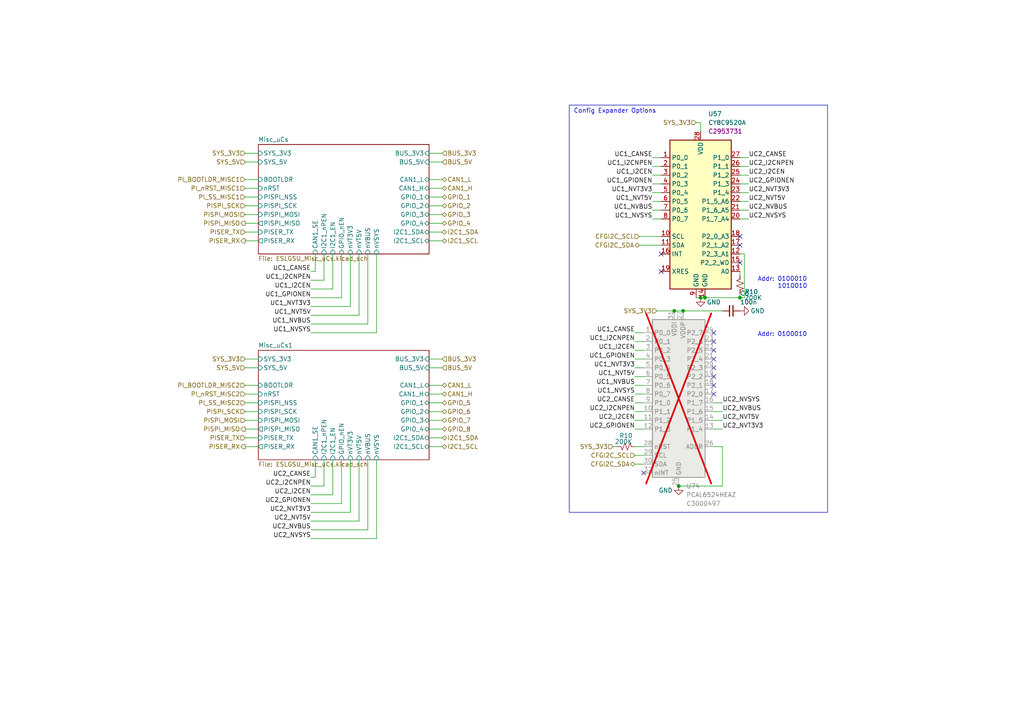
<source format=kicad_sch>
(kicad_sch (version 20230121) (generator eeschema)

  (uuid 3fabecd6-ab89-495c-bf65-1affc37eaf4e)

  (paper "A4")

  (lib_symbols
    (symbol "Device:C_Small" (pin_numbers hide) (pin_names (offset 0.254) hide) (in_bom yes) (on_board yes)
      (property "Reference" "C" (at 0.254 1.778 0)
        (effects (font (size 1.27 1.27)) (justify left))
      )
      (property "Value" "C_Small" (at 0.254 -2.032 0)
        (effects (font (size 1.27 1.27)) (justify left))
      )
      (property "Footprint" "" (at 0 0 0)
        (effects (font (size 1.27 1.27)) hide)
      )
      (property "Datasheet" "~" (at 0 0 0)
        (effects (font (size 1.27 1.27)) hide)
      )
      (property "ki_keywords" "capacitor cap" (at 0 0 0)
        (effects (font (size 1.27 1.27)) hide)
      )
      (property "ki_description" "Unpolarized capacitor, small symbol" (at 0 0 0)
        (effects (font (size 1.27 1.27)) hide)
      )
      (property "ki_fp_filters" "C_*" (at 0 0 0)
        (effects (font (size 1.27 1.27)) hide)
      )
      (symbol "C_Small_0_1"
        (polyline
          (pts
            (xy -1.524 -0.508)
            (xy 1.524 -0.508)
          )
          (stroke (width 0.3302) (type default))
          (fill (type none))
        )
        (polyline
          (pts
            (xy -1.524 0.508)
            (xy 1.524 0.508)
          )
          (stroke (width 0.3048) (type default))
          (fill (type none))
        )
      )
      (symbol "C_Small_1_1"
        (pin passive line (at 0 2.54 270) (length 2.032)
          (name "~" (effects (font (size 1.27 1.27))))
          (number "1" (effects (font (size 1.27 1.27))))
        )
        (pin passive line (at 0 -2.54 90) (length 2.032)
          (name "~" (effects (font (size 1.27 1.27))))
          (number "2" (effects (font (size 1.27 1.27))))
        )
      )
    )
    (symbol "Device:R_Small_US" (pin_numbers hide) (pin_names (offset 0.254) hide) (in_bom yes) (on_board yes)
      (property "Reference" "R" (at 0.762 0.508 0)
        (effects (font (size 1.27 1.27)) (justify left))
      )
      (property "Value" "R_Small_US" (at 0.762 -1.016 0)
        (effects (font (size 1.27 1.27)) (justify left))
      )
      (property "Footprint" "" (at 0 0 0)
        (effects (font (size 1.27 1.27)) hide)
      )
      (property "Datasheet" "~" (at 0 0 0)
        (effects (font (size 1.27 1.27)) hide)
      )
      (property "ki_keywords" "r resistor" (at 0 0 0)
        (effects (font (size 1.27 1.27)) hide)
      )
      (property "ki_description" "Resistor, small US symbol" (at 0 0 0)
        (effects (font (size 1.27 1.27)) hide)
      )
      (property "ki_fp_filters" "R_*" (at 0 0 0)
        (effects (font (size 1.27 1.27)) hide)
      )
      (symbol "R_Small_US_1_1"
        (polyline
          (pts
            (xy 0 0)
            (xy 1.016 -0.381)
            (xy 0 -0.762)
            (xy -1.016 -1.143)
            (xy 0 -1.524)
          )
          (stroke (width 0) (type default))
          (fill (type none))
        )
        (polyline
          (pts
            (xy 0 1.524)
            (xy 1.016 1.143)
            (xy 0 0.762)
            (xy -1.016 0.381)
            (xy 0 0)
          )
          (stroke (width 0) (type default))
          (fill (type none))
        )
        (pin passive line (at 0 2.54 270) (length 1.016)
          (name "~" (effects (font (size 1.27 1.27))))
          (number "1" (effects (font (size 1.27 1.27))))
        )
        (pin passive line (at 0 -2.54 90) (length 1.016)
          (name "~" (effects (font (size 1.27 1.27))))
          (number "2" (effects (font (size 1.27 1.27))))
        )
      )
    )
    (symbol "ESLGSU_Parts_Lib:CY8C9520A" (in_bom yes) (on_board yes)
      (property "Reference" "U" (at -8.89 15.24 0)
        (effects (font (size 1.27 1.27)))
      )
      (property "Value" "CY8C9520A" (at -2.54 0 0)
        (effects (font (size 1.27 1.27)))
      )
      (property "Footprint" "Package_SO:SSOP-28_5.3x10.2mm_P0.65mm" (at -2.54 0 0)
        (effects (font (size 1.27 1.27)) hide)
      )
      (property "Datasheet" "" (at -2.54 0 0)
        (effects (font (size 1.27 1.27)) hide)
      )
      (property "LCSC Part" "C2953731" (at 0 0 0)
        (effects (font (size 1.27 1.27)))
      )
      (symbol "CY8C9520A_1_0"
        (pin input line (at -11.43 -13.97 0) (length 2.54)
          (name "SCL" (effects (font (size 1.27 1.27))))
          (number "10" (effects (font (size 1.27 1.27))))
        )
        (pin bidirectional line (at -11.43 -16.51 0) (length 2.54)
          (name "SDA" (effects (font (size 1.27 1.27))))
          (number "11" (effects (font (size 1.27 1.27))))
        )
        (pin bidirectional line (at 11.43 -19.05 180) (length 2.54)
          (name "P2_3_A1" (effects (font (size 1.27 1.27))))
          (number "12" (effects (font (size 1.27 1.27))))
        )
        (pin bidirectional line (at 11.43 -24.13 180) (length 2.54)
          (name "A0" (effects (font (size 1.27 1.27))))
          (number "13" (effects (font (size 1.27 1.27))))
        )
        (pin power_in line (at 1.27 -31.75 90) (length 2.54)
          (name "GND" (effects (font (size 1.27 1.27))))
          (number "14" (effects (font (size 1.27 1.27))))
        )
        (pin bidirectional line (at 11.43 -21.59 180) (length 2.54)
          (name "P2_2_WD" (effects (font (size 1.27 1.27))))
          (number "15" (effects (font (size 1.27 1.27))))
        )
        (pin output line (at -11.43 -19.05 0) (length 2.54)
          (name "INT" (effects (font (size 1.27 1.27))))
          (number "16" (effects (font (size 1.27 1.27))))
        )
        (pin bidirectional line (at 11.43 -16.51 180) (length 2.54)
          (name "P2_1_A2" (effects (font (size 1.27 1.27))))
          (number "17" (effects (font (size 1.27 1.27))))
        )
        (pin bidirectional line (at 11.43 -13.97 180) (length 2.54)
          (name "P2_0_A3" (effects (font (size 1.27 1.27))))
          (number "18" (effects (font (size 1.27 1.27))))
        )
        (pin input line (at -11.43 -24.13 0) (length 2.54)
          (name "XRES" (effects (font (size 1.27 1.27))))
          (number "19" (effects (font (size 1.27 1.27))))
        )
        (pin bidirectional line (at -11.43 6.35 0) (length 2.54)
          (name "P0_1" (effects (font (size 1.27 1.27))))
          (number "2" (effects (font (size 1.27 1.27))))
        )
        (pin bidirectional line (at 11.43 -8.89 180) (length 2.54)
          (name "P1_7_A4" (effects (font (size 1.27 1.27))))
          (number "20" (effects (font (size 1.27 1.27))))
        )
        (pin bidirectional line (at 11.43 -6.35 180) (length 2.54)
          (name "P1_6_A5" (effects (font (size 1.27 1.27))))
          (number "21" (effects (font (size 1.27 1.27))))
        )
        (pin bidirectional line (at 11.43 -3.81 180) (length 2.54)
          (name "P1_5_A6" (effects (font (size 1.27 1.27))))
          (number "22" (effects (font (size 1.27 1.27))))
        )
        (pin bidirectional line (at 11.43 -1.27 180) (length 2.54)
          (name "P1_4" (effects (font (size 1.27 1.27))))
          (number "23" (effects (font (size 1.27 1.27))))
        )
        (pin bidirectional line (at 11.43 1.27 180) (length 2.54)
          (name "P1_3" (effects (font (size 1.27 1.27))))
          (number "24" (effects (font (size 1.27 1.27))))
        )
        (pin bidirectional line (at 11.43 3.81 180) (length 2.54)
          (name "P1_2" (effects (font (size 1.27 1.27))))
          (number "25" (effects (font (size 1.27 1.27))))
        )
        (pin bidirectional line (at 11.43 6.35 180) (length 2.54)
          (name "P1_1" (effects (font (size 1.27 1.27))))
          (number "26" (effects (font (size 1.27 1.27))))
        )
        (pin bidirectional line (at 11.43 8.89 180) (length 2.54)
          (name "P1_0" (effects (font (size 1.27 1.27))))
          (number "27" (effects (font (size 1.27 1.27))))
        )
        (pin power_in line (at 0 16.51 270) (length 2.54)
          (name "VDD" (effects (font (size 1.27 1.27))))
          (number "28" (effects (font (size 1.27 1.27))))
        )
        (pin bidirectional line (at -11.43 3.81 0) (length 2.54)
          (name "P0_2" (effects (font (size 1.27 1.27))))
          (number "3" (effects (font (size 1.27 1.27))))
        )
        (pin bidirectional line (at -11.43 1.27 0) (length 2.54)
          (name "P0_3" (effects (font (size 1.27 1.27))))
          (number "4" (effects (font (size 1.27 1.27))))
        )
        (pin bidirectional line (at -11.43 -1.27 0) (length 2.54)
          (name "P0_4" (effects (font (size 1.27 1.27))))
          (number "5" (effects (font (size 1.27 1.27))))
        )
        (pin bidirectional line (at -11.43 -3.81 0) (length 2.54)
          (name "P0_5" (effects (font (size 1.27 1.27))))
          (number "6" (effects (font (size 1.27 1.27))))
        )
        (pin bidirectional line (at -11.43 -6.35 0) (length 2.54)
          (name "P0_6" (effects (font (size 1.27 1.27))))
          (number "7" (effects (font (size 1.27 1.27))))
        )
        (pin bidirectional line (at -11.43 -8.89 0) (length 2.54)
          (name "P0_7" (effects (font (size 1.27 1.27))))
          (number "8" (effects (font (size 1.27 1.27))))
        )
        (pin power_in line (at -1.27 -31.75 90) (length 2.54)
          (name "GND" (effects (font (size 1.27 1.27))))
          (number "9" (effects (font (size 1.27 1.27))))
        )
      )
      (symbol "CY8C9520A_1_1"
        (rectangle (start -8.89 13.97) (end 8.89 -29.21)
          (stroke (width 0.3) (type default))
          (fill (type background))
        )
        (pin bidirectional line (at -11.43 8.89 0) (length 2.54)
          (name "P0_0" (effects (font (size 1.27 1.27))))
          (number "1" (effects (font (size 1.27 1.27))))
        )
      )
    )
    (symbol "ESLGSU_Parts_Lib:PCAL6524" (in_bom yes) (on_board yes)
      (property "Reference" "U" (at -7.62 8.89 0)
        (effects (font (size 1.27 1.27)))
      )
      (property "Value" "PCAL6524HEAZ" (at 8.89 8.89 0)
        (effects (font (size 1.27 1.27)))
      )
      (property "Footprint" "Package_DFN_QFN:HVQFN-32-1EP_5x5mm_P0.5mm_EP3.1x3.1mm" (at 0 0 0)
        (effects (font (size 1.27 1.27)) hide)
      )
      (property "Datasheet" "" (at -10.16 3.81 0)
        (effects (font (size 1.27 1.27)) hide)
      )
      (property "LCSC Part" "C3000497" (at 0 0 0)
        (effects (font (size 1.27 1.27)))
      )
      (symbol "PCAL6524_0_0"
        (pin bidirectional line (at -10.16 3.81 0) (length 2.54)
          (name "P0_0" (effects (font (size 1.27 1.27))))
          (number "1" (effects (font (size 1.27 1.27))))
        )
        (pin bidirectional line (at -10.16 -19.05 0) (length 2.54)
          (name "P1_1" (effects (font (size 1.27 1.27))))
          (number "10" (effects (font (size 1.27 1.27))))
        )
        (pin bidirectional line (at -10.16 -21.59 0) (length 2.54)
          (name "P1_2" (effects (font (size 1.27 1.27))))
          (number "11" (effects (font (size 1.27 1.27))))
        )
        (pin bidirectional line (at -10.16 -24.13 0) (length 2.54)
          (name "P1_3" (effects (font (size 1.27 1.27))))
          (number "12" (effects (font (size 1.27 1.27))))
        )
        (pin bidirectional line (at 10.16 -24.13 180) (length 2.54)
          (name "P1_4" (effects (font (size 1.27 1.27))))
          (number "13" (effects (font (size 1.27 1.27))))
        )
        (pin bidirectional line (at 10.16 -21.59 180) (length 2.54)
          (name "P1_5" (effects (font (size 1.27 1.27))))
          (number "14" (effects (font (size 1.27 1.27))))
        )
        (pin bidirectional line (at 10.16 -19.05 180) (length 2.54)
          (name "P1_6" (effects (font (size 1.27 1.27))))
          (number "15" (effects (font (size 1.27 1.27))))
        )
        (pin bidirectional line (at 10.16 -16.51 180) (length 2.54)
          (name "P1_7" (effects (font (size 1.27 1.27))))
          (number "16" (effects (font (size 1.27 1.27))))
        )
        (pin bidirectional line (at 10.16 -13.97 180) (length 2.54)
          (name "P2_0" (effects (font (size 1.27 1.27))))
          (number "17" (effects (font (size 1.27 1.27))))
        )
        (pin bidirectional line (at 10.16 -11.43 180) (length 2.54)
          (name "P2_1" (effects (font (size 1.27 1.27))))
          (number "18" (effects (font (size 1.27 1.27))))
        )
        (pin bidirectional line (at 10.16 -8.89 180) (length 2.54)
          (name "P2_2" (effects (font (size 1.27 1.27))))
          (number "19" (effects (font (size 1.27 1.27))))
        )
        (pin bidirectional line (at -10.16 1.27 0) (length 2.54)
          (name "P0_1" (effects (font (size 1.27 1.27))))
          (number "2" (effects (font (size 1.27 1.27))))
        )
        (pin bidirectional line (at 10.16 -6.35 180) (length 2.54)
          (name "P2_3" (effects (font (size 1.27 1.27))))
          (number "20" (effects (font (size 1.27 1.27))))
        )
        (pin bidirectional line (at 10.16 -3.81 180) (length 2.54)
          (name "P2_4" (effects (font (size 1.27 1.27))))
          (number "21" (effects (font (size 1.27 1.27))))
        )
        (pin bidirectional line (at 10.16 -1.27 180) (length 2.54)
          (name "P2_5" (effects (font (size 1.27 1.27))))
          (number "22" (effects (font (size 1.27 1.27))))
        )
        (pin bidirectional line (at 10.16 1.27 180) (length 2.54)
          (name "P2_6" (effects (font (size 1.27 1.27))))
          (number "23" (effects (font (size 1.27 1.27))))
        )
        (pin bidirectional line (at 10.16 3.81 180) (length 2.54)
          (name "P2_7" (effects (font (size 1.27 1.27))))
          (number "24" (effects (font (size 1.27 1.27))))
        )
        (pin power_in line (at 0 -40.64 90) (length 2.54)
          (name "GND" (effects (font (size 1.27 1.27))))
          (number "25" (effects (font (size 1.27 1.27))))
        )
        (pin passive line (at 10.16 -29.21 180) (length 2.54)
          (name "ADDR" (effects (font (size 1.27 1.27))))
          (number "26" (effects (font (size 1.27 1.27))))
        )
        (pin power_in line (at 1.27 10.16 270) (length 2.54)
          (name "VDDP" (effects (font (size 1.27 1.27))))
          (number "27" (effects (font (size 1.27 1.27))))
        )
        (pin input line (at -10.16 -29.21 0) (length 2.54)
          (name "nRST" (effects (font (size 1.27 1.27))))
          (number "28" (effects (font (size 1.27 1.27))))
        )
        (pin input line (at -10.16 -31.75 0) (length 2.54)
          (name "SCL" (effects (font (size 1.27 1.27))))
          (number "29" (effects (font (size 1.27 1.27))))
        )
        (pin bidirectional line (at -10.16 -1.27 0) (length 2.54)
          (name "P0_2" (effects (font (size 1.27 1.27))))
          (number "3" (effects (font (size 1.27 1.27))))
        )
        (pin bidirectional line (at -10.16 -34.29 0) (length 2.54)
          (name "SDA" (effects (font (size 1.27 1.27))))
          (number "30" (effects (font (size 1.27 1.27))))
        )
        (pin power_in line (at -1.27 10.16 270) (length 2.54)
          (name "VDDI" (effects (font (size 1.27 1.27))))
          (number "31" (effects (font (size 1.27 1.27))))
        )
        (pin open_collector line (at -10.16 -36.83 0) (length 2.54)
          (name "nINT" (effects (font (size 1.27 1.27))))
          (number "32" (effects (font (size 1.27 1.27))))
        )
        (pin bidirectional line (at -10.16 -3.81 0) (length 2.54)
          (name "P0_3" (effects (font (size 1.27 1.27))))
          (number "4" (effects (font (size 1.27 1.27))))
        )
        (pin bidirectional line (at -10.16 -6.35 0) (length 2.54)
          (name "P0_4" (effects (font (size 1.27 1.27))))
          (number "5" (effects (font (size 1.27 1.27))))
        )
        (pin bidirectional line (at -10.16 -8.89 0) (length 2.54)
          (name "P0_5" (effects (font (size 1.27 1.27))))
          (number "6" (effects (font (size 1.27 1.27))))
        )
        (pin bidirectional line (at -10.16 -11.43 0) (length 2.54)
          (name "P0_6" (effects (font (size 1.27 1.27))))
          (number "7" (effects (font (size 1.27 1.27))))
        )
        (pin bidirectional line (at -10.16 -13.97 0) (length 2.54)
          (name "P0_7" (effects (font (size 1.27 1.27))))
          (number "8" (effects (font (size 1.27 1.27))))
        )
        (pin bidirectional line (at -10.16 -16.51 0) (length 2.54)
          (name "P1_0" (effects (font (size 1.27 1.27))))
          (number "9" (effects (font (size 1.27 1.27))))
        )
      )
      (symbol "PCAL6524_1_1"
        (rectangle (start -7.62 7.62) (end 7.62 -38.1)
          (stroke (width 0.3) (type default))
          (fill (type background))
        )
      )
    )
    (symbol "power:GND" (power) (pin_names (offset 0)) (in_bom yes) (on_board yes)
      (property "Reference" "#PWR" (at 0 -6.35 0)
        (effects (font (size 1.27 1.27)) hide)
      )
      (property "Value" "GND" (at 0 -3.81 0)
        (effects (font (size 1.27 1.27)))
      )
      (property "Footprint" "" (at 0 0 0)
        (effects (font (size 1.27 1.27)) hide)
      )
      (property "Datasheet" "" (at 0 0 0)
        (effects (font (size 1.27 1.27)) hide)
      )
      (property "ki_keywords" "global power" (at 0 0 0)
        (effects (font (size 1.27 1.27)) hide)
      )
      (property "ki_description" "Power symbol creates a global label with name \"GND\" , ground" (at 0 0 0)
        (effects (font (size 1.27 1.27)) hide)
      )
      (symbol "GND_0_1"
        (polyline
          (pts
            (xy 0 0)
            (xy 0 -1.27)
            (xy 1.27 -1.27)
            (xy 0 -2.54)
            (xy -1.27 -1.27)
            (xy 0 -1.27)
          )
          (stroke (width 0) (type default))
          (fill (type none))
        )
      )
      (symbol "GND_1_1"
        (pin power_in line (at 0 0 270) (length 0) hide
          (name "GND" (effects (font (size 1.27 1.27))))
          (number "1" (effects (font (size 1.27 1.27))))
        )
      )
    )
  )

  (junction (at 204.47 86.36) (diameter 0) (color 0 0 0 0)
    (uuid 1f7a3ba8-45f8-48ea-b2a8-f080f4713cd4)
  )
  (junction (at 198.12 90.17) (diameter 0) (color 0 0 0 0)
    (uuid 2ba8d87e-49ed-43cb-8017-d75c3966db22)
  )
  (junction (at 214.63 86.36) (diameter 0) (color 0 0 0 0)
    (uuid 39e7c00e-1681-44c4-9bca-ecd59c576c69)
  )
  (junction (at 196.85 140.97) (diameter 0) (color 0 0 0 0)
    (uuid 7406c557-10b8-469f-9482-992050da58e2)
  )
  (junction (at 195.58 90.17) (diameter 0) (color 0 0 0 0)
    (uuid 9216e462-d5bc-4cf5-918a-fdbe110b38c2)
  )
  (junction (at 203.2 86.36) (diameter 0) (color 0 0 0 0)
    (uuid fefe0b83-49dc-4da1-b779-aec0e63cc0dc)
  )

  (no_connect (at 207.01 109.22) (uuid 112f5e9e-1c0a-430d-a89d-229e269317ef))
  (no_connect (at 214.63 76.2) (uuid 1304fd91-686f-4f63-805b-d11bb50842e1))
  (no_connect (at 207.01 99.06) (uuid 2498daca-9689-48ab-b330-31f519cce80b))
  (no_connect (at 207.01 111.76) (uuid 2a03f059-e567-4ea1-b8ad-08f930b17687))
  (no_connect (at 207.01 104.14) (uuid 35c6cb6d-1dc2-42a4-ad02-3336881740d1))
  (no_connect (at 207.01 101.6) (uuid 6958c513-9334-4d99-90de-e5b61549ca1d))
  (no_connect (at 214.63 71.12) (uuid 7fe793c4-328b-4de7-a894-d7a1729ba581))
  (no_connect (at 207.01 114.3) (uuid 868ed4a6-ddf0-4d3c-9284-5e76c92ce367))
  (no_connect (at 207.01 96.52) (uuid 913e0ed4-2f18-4192-bd87-c0c33ad9910d))
  (no_connect (at 191.77 73.66) (uuid b85cfdc2-4591-4821-96eb-b2f88f83a47f))
  (no_connect (at 186.69 137.16) (uuid bc0d82a7-3a8b-4789-8a0d-0695f08d2650))
  (no_connect (at 207.01 106.68) (uuid cb879a3d-9019-46dd-852b-682c94c88959))
  (no_connect (at 191.77 78.74) (uuid d91b80ba-0353-4450-b82d-10be87f45a2b))
  (no_connect (at 214.63 68.58) (uuid f89ff575-3bb0-4353-aa88-188b516cafc0))

  (wire (pts (xy 217.17 53.34) (xy 214.63 53.34))
    (stroke (width 0) (type default))
    (uuid 04d1590f-2bfe-43dc-8da2-0218e300ca82)
  )
  (wire (pts (xy 96.52 143.51) (xy 96.52 133.35))
    (stroke (width 0) (type default))
    (uuid 05f3ffe0-3bca-4198-8147-0212e40ce4e3)
  )
  (wire (pts (xy 71.12 106.68) (xy 74.93 106.68))
    (stroke (width 0) (type default))
    (uuid 088e6622-6eb3-4e15-85f3-91fbb8502701)
  )
  (wire (pts (xy 217.17 45.72) (xy 214.63 45.72))
    (stroke (width 0) (type default))
    (uuid 09467865-a299-48e4-9328-231cf4136bff)
  )
  (wire (pts (xy 106.68 153.67) (xy 106.68 133.35))
    (stroke (width 0) (type default))
    (uuid 0958280a-bef1-4034-a133-f21e5ff93d52)
  )
  (wire (pts (xy 184.15 124.46) (xy 186.69 124.46))
    (stroke (width 0) (type default))
    (uuid 0b65bbbd-1de7-46ae-9b02-e1c7e0ce8002)
  )
  (wire (pts (xy 71.12 121.92) (xy 74.93 121.92))
    (stroke (width 0) (type default))
    (uuid 0bf27f0d-1fa2-40a2-acb6-216c2dbd60de)
  )
  (wire (pts (xy 124.46 57.15) (xy 128.27 57.15))
    (stroke (width 0) (type default))
    (uuid 0e967db5-cd2d-4193-8e2d-562ce067a66a)
  )
  (wire (pts (xy 217.17 48.26) (xy 214.63 48.26))
    (stroke (width 0) (type default))
    (uuid 1040668d-8d9e-44dc-9092-bbc202cdc7e8)
  )
  (wire (pts (xy 189.23 58.42) (xy 191.77 58.42))
    (stroke (width 0) (type default))
    (uuid 11106b8a-b538-406a-b28b-cb4b278ebf6a)
  )
  (wire (pts (xy 124.46 52.07) (xy 128.27 52.07))
    (stroke (width 0) (type default))
    (uuid 1368aefe-ccce-4f0f-9fb7-917983bdeea3)
  )
  (wire (pts (xy 124.46 62.23) (xy 128.27 62.23))
    (stroke (width 0) (type default))
    (uuid 15d19932-6b04-4a10-a0b2-e325d185e55a)
  )
  (wire (pts (xy 96.52 83.82) (xy 96.52 73.66))
    (stroke (width 0) (type default))
    (uuid 17464b8c-7e4e-48e5-bdab-85323fd60aef)
  )
  (wire (pts (xy 209.55 140.97) (xy 196.85 140.97))
    (stroke (width 0) (type default))
    (uuid 18ec1ac1-634f-41f0-9ec1-b8eec8864348)
  )
  (wire (pts (xy 184.15 99.06) (xy 186.69 99.06))
    (stroke (width 0) (type default))
    (uuid 1a4a2724-506e-451a-9bd1-b2ff964892c9)
  )
  (wire (pts (xy 189.23 60.96) (xy 191.77 60.96))
    (stroke (width 0) (type default))
    (uuid 1ce38ee7-e8e6-43ce-87a2-2a0fd22645fc)
  )
  (wire (pts (xy 104.14 91.44) (xy 104.14 73.66))
    (stroke (width 0) (type default))
    (uuid 1e2c3793-2ea8-4d7f-b16f-1b19b4ad88d7)
  )
  (wire (pts (xy 101.6 148.59) (xy 101.6 133.35))
    (stroke (width 0) (type default))
    (uuid 1e52712a-7c65-4cfb-ae32-6a7cec41adb5)
  )
  (wire (pts (xy 90.17 86.36) (xy 99.06 86.36))
    (stroke (width 0) (type default))
    (uuid 1e8620fa-6ed0-44a9-bb75-706461ad96f9)
  )
  (wire (pts (xy 217.17 60.96) (xy 214.63 60.96))
    (stroke (width 0) (type default))
    (uuid 1fe7d05c-2dd8-4400-883e-3e5344be57a8)
  )
  (wire (pts (xy 184.15 106.68) (xy 186.69 106.68))
    (stroke (width 0) (type default))
    (uuid 207e6495-ce52-4ecf-80b3-51fa9067fc23)
  )
  (wire (pts (xy 101.6 88.9) (xy 101.6 73.66))
    (stroke (width 0) (type default))
    (uuid 20fb1670-058b-482c-b4f8-0837cda41068)
  )
  (wire (pts (xy 99.06 86.36) (xy 99.06 73.66))
    (stroke (width 0) (type default))
    (uuid 258c76b5-d869-4d50-b330-866b459426dd)
  )
  (wire (pts (xy 124.46 67.31) (xy 128.27 67.31))
    (stroke (width 0) (type default))
    (uuid 2653f483-239d-48e2-b8b1-588debace629)
  )
  (wire (pts (xy 91.44 78.74) (xy 91.44 73.66))
    (stroke (width 0) (type default))
    (uuid 27919d78-210d-4903-a2c6-30c2a9830515)
  )
  (wire (pts (xy 124.46 116.84) (xy 128.27 116.84))
    (stroke (width 0) (type default))
    (uuid 279c8bd3-66f0-4d28-97b2-3e6e9f5509e8)
  )
  (wire (pts (xy 184.15 111.76) (xy 186.69 111.76))
    (stroke (width 0) (type default))
    (uuid 289c1b82-b79f-4ab1-aa91-b344ba0314e9)
  )
  (wire (pts (xy 184.15 119.38) (xy 186.69 119.38))
    (stroke (width 0) (type default))
    (uuid 2ce7d6fc-d51d-45d7-8d68-cab666074771)
  )
  (wire (pts (xy 109.22 156.21) (xy 109.22 133.35))
    (stroke (width 0) (type default))
    (uuid 3294304b-68ad-4dd5-b9ee-faa9df70c7a5)
  )
  (wire (pts (xy 189.23 45.72) (xy 191.77 45.72))
    (stroke (width 0) (type default))
    (uuid 33e1370a-f0ea-414a-b5a7-c3f9fc15c9b5)
  )
  (wire (pts (xy 90.17 93.98) (xy 106.68 93.98))
    (stroke (width 0) (type default))
    (uuid 3947fafc-c62f-4ba6-9ff8-91d077a25b3f)
  )
  (wire (pts (xy 184.15 134.62) (xy 186.69 134.62))
    (stroke (width 0) (type default))
    (uuid 39822de0-7db2-4d84-914d-66bfc43d234c)
  )
  (wire (pts (xy 124.46 114.3) (xy 128.27 114.3))
    (stroke (width 0) (type default))
    (uuid 43ad3db7-8ea5-401f-97fe-f2f6f73302e8)
  )
  (wire (pts (xy 203.2 86.36) (xy 201.93 86.36))
    (stroke (width 0) (type default))
    (uuid 4aa6a1ba-d36d-43c2-9c2b-9f724edc15bb)
  )
  (wire (pts (xy 189.23 50.8) (xy 191.77 50.8))
    (stroke (width 0) (type default))
    (uuid 4d662b62-50e7-4e3a-9048-797bc032c933)
  )
  (wire (pts (xy 93.98 81.28) (xy 93.98 73.66))
    (stroke (width 0) (type default))
    (uuid 4fae0f54-f103-4d0f-9366-b954a13b59d5)
  )
  (wire (pts (xy 90.17 83.82) (xy 96.52 83.82))
    (stroke (width 0) (type default))
    (uuid 5088cc3f-8eb0-4cf4-9414-313298142f50)
  )
  (wire (pts (xy 189.23 63.5) (xy 191.77 63.5))
    (stroke (width 0) (type default))
    (uuid 5284baf7-d02a-4bfa-8543-b63af3693989)
  )
  (wire (pts (xy 90.17 148.59) (xy 101.6 148.59))
    (stroke (width 0) (type default))
    (uuid 52afe746-620e-4970-af30-c61f9d2c4cda)
  )
  (wire (pts (xy 215.9 86.36) (xy 214.63 86.36))
    (stroke (width 0) (type default))
    (uuid 52fe7da7-4299-421f-a1e4-079ca66ce369)
  )
  (wire (pts (xy 71.12 54.61) (xy 74.93 54.61))
    (stroke (width 0) (type default))
    (uuid 5366db6b-ac8f-4351-ac65-8207b3e7ba32)
  )
  (wire (pts (xy 217.17 50.8) (xy 214.63 50.8))
    (stroke (width 0) (type default))
    (uuid 5759e2cb-9b98-4a4b-8df7-addaee227c4e)
  )
  (wire (pts (xy 209.55 121.92) (xy 207.01 121.92))
    (stroke (width 0) (type default))
    (uuid 584271b2-7ca2-4f64-aeb1-72b0adf8a501)
  )
  (wire (pts (xy 124.46 119.38) (xy 128.27 119.38))
    (stroke (width 0) (type default))
    (uuid 59c8730d-f102-4ec9-b016-458a09a8b95b)
  )
  (wire (pts (xy 71.12 119.38) (xy 74.93 119.38))
    (stroke (width 0) (type default))
    (uuid 5afd26d9-630c-4bc2-97c0-c43c10d12a63)
  )
  (wire (pts (xy 93.98 140.97) (xy 93.98 133.35))
    (stroke (width 0) (type default))
    (uuid 5b211946-19f9-4c36-8ecb-85c3a804ac30)
  )
  (wire (pts (xy 184.15 129.54) (xy 186.69 129.54))
    (stroke (width 0) (type default))
    (uuid 5e597800-7d66-43ec-bc6e-6be2ec35df0a)
  )
  (wire (pts (xy 90.17 96.52) (xy 109.22 96.52))
    (stroke (width 0) (type default))
    (uuid 5f8651cd-1a5e-4998-b2cb-2e50721180cd)
  )
  (wire (pts (xy 90.17 81.28) (xy 93.98 81.28))
    (stroke (width 0) (type default))
    (uuid 6035d1c3-ba6f-41a0-beb4-646a724569e5)
  )
  (wire (pts (xy 71.12 124.46) (xy 74.93 124.46))
    (stroke (width 0) (type default))
    (uuid 63ed03a8-5640-4fbd-a9e5-a5b3b6356091)
  )
  (wire (pts (xy 124.46 127) (xy 128.27 127))
    (stroke (width 0) (type default))
    (uuid 649f670a-3e0d-4002-9906-5931c69d07a4)
  )
  (wire (pts (xy 124.46 124.46) (xy 128.27 124.46))
    (stroke (width 0) (type default))
    (uuid 6507b7ed-fef1-488c-a951-5d84bacfb1ac)
  )
  (wire (pts (xy 71.12 62.23) (xy 74.93 62.23))
    (stroke (width 0) (type default))
    (uuid 69dd858a-4176-4183-adfa-19f95660d1bf)
  )
  (wire (pts (xy 189.23 55.88) (xy 191.77 55.88))
    (stroke (width 0) (type default))
    (uuid 6aded56c-5b13-4cde-93e6-9ea9b3252746)
  )
  (wire (pts (xy 90.17 153.67) (xy 106.68 153.67))
    (stroke (width 0) (type default))
    (uuid 6de56f10-35b5-43e8-83c7-356bdf11eada)
  )
  (wire (pts (xy 184.15 101.6) (xy 186.69 101.6))
    (stroke (width 0) (type default))
    (uuid 6df8a585-2c74-41c8-bfe1-1326a6f3e311)
  )
  (wire (pts (xy 215.9 73.66) (xy 215.9 86.36))
    (stroke (width 0) (type default))
    (uuid 6e296c71-ed9a-4dc5-b8f6-1fb677090acd)
  )
  (wire (pts (xy 71.12 104.14) (xy 74.93 104.14))
    (stroke (width 0) (type default))
    (uuid 70215a36-fe09-44a7-8b7e-1606284f26e0)
  )
  (wire (pts (xy 195.58 90.17) (xy 198.12 90.17))
    (stroke (width 0) (type default))
    (uuid 76dd7e95-da4f-4a5a-8ad7-f5f3172308f1)
  )
  (wire (pts (xy 177.8 129.54) (xy 179.07 129.54))
    (stroke (width 0) (type default))
    (uuid 770496b1-0121-4fdb-b05f-39cc89559976)
  )
  (wire (pts (xy 214.63 78.74) (xy 214.63 80.01))
    (stroke (width 0) (type default))
    (uuid 77378610-1f9b-41e0-9b07-31808325bff2)
  )
  (wire (pts (xy 214.63 86.36) (xy 204.47 86.36))
    (stroke (width 0) (type default))
    (uuid 78088703-70fb-437c-b203-f7b59e549e98)
  )
  (wire (pts (xy 71.12 127) (xy 74.93 127))
    (stroke (width 0) (type default))
    (uuid 79179925-a0e1-465e-b426-26c02292900f)
  )
  (wire (pts (xy 91.44 138.43) (xy 91.44 133.35))
    (stroke (width 0) (type default))
    (uuid 80368695-7b0e-4673-8d5e-2b6fa3d6ac2b)
  )
  (wire (pts (xy 184.15 114.3) (xy 186.69 114.3))
    (stroke (width 0) (type default))
    (uuid 8365ad0f-0010-46c4-a188-9762ddc0c3cd)
  )
  (wire (pts (xy 71.12 111.76) (xy 74.93 111.76))
    (stroke (width 0) (type default))
    (uuid 8386ed6f-3630-4295-9528-65ed1d889cf1)
  )
  (wire (pts (xy 184.15 96.52) (xy 186.69 96.52))
    (stroke (width 0) (type default))
    (uuid 865e4576-036d-407e-9d27-fdcf23610b9e)
  )
  (wire (pts (xy 90.17 151.13) (xy 104.14 151.13))
    (stroke (width 0) (type default))
    (uuid 8a88664f-d516-4b0e-be00-efa36d343bac)
  )
  (wire (pts (xy 90.17 146.05) (xy 99.06 146.05))
    (stroke (width 0) (type default))
    (uuid 8a979ec2-7231-4ff4-b7fd-2c763b9e4628)
  )
  (wire (pts (xy 106.68 93.98) (xy 106.68 73.66))
    (stroke (width 0) (type default))
    (uuid 8e8b3416-911a-4f81-afab-b76758d76518)
  )
  (wire (pts (xy 124.46 69.85) (xy 128.27 69.85))
    (stroke (width 0) (type default))
    (uuid 90b3b71a-4553-4c0c-9443-65dcb4ac0420)
  )
  (wire (pts (xy 124.46 106.68) (xy 128.27 106.68))
    (stroke (width 0) (type default))
    (uuid 91d80d8d-3045-4196-9be8-4c0eda919294)
  )
  (wire (pts (xy 124.46 46.99) (xy 128.27 46.99))
    (stroke (width 0) (type default))
    (uuid 9239268a-b1c2-49d7-a8d2-1f929a5b1383)
  )
  (wire (pts (xy 71.12 57.15) (xy 74.93 57.15))
    (stroke (width 0) (type default))
    (uuid 94f9e4f5-94c2-4e0f-9c83-cd37de4de64d)
  )
  (wire (pts (xy 184.15 116.84) (xy 186.69 116.84))
    (stroke (width 0) (type default))
    (uuid 9523cf83-e51d-4fe7-9f8c-67256823dd70)
  )
  (wire (pts (xy 184.15 132.08) (xy 186.69 132.08))
    (stroke (width 0) (type default))
    (uuid 953e3087-6856-4db1-a32b-2d37c58a0e7d)
  )
  (wire (pts (xy 71.12 114.3) (xy 74.93 114.3))
    (stroke (width 0) (type default))
    (uuid 95714fa8-cff5-46ac-b198-7d3b0954569b)
  )
  (wire (pts (xy 124.46 121.92) (xy 128.27 121.92))
    (stroke (width 0) (type default))
    (uuid 9a0214bf-2744-4347-8f2e-3ce4dda0aa0b)
  )
  (wire (pts (xy 198.12 90.17) (xy 209.55 90.17))
    (stroke (width 0) (type default))
    (uuid 9ff96fc9-fbce-487c-9399-128fd46e4473)
  )
  (wire (pts (xy 124.46 64.77) (xy 128.27 64.77))
    (stroke (width 0) (type default))
    (uuid a20b0de5-8875-4443-8a33-da171c3eb39f)
  )
  (wire (pts (xy 104.14 151.13) (xy 104.14 133.35))
    (stroke (width 0) (type default))
    (uuid a5d3e813-c903-4a91-8e68-95ad9c5765bd)
  )
  (wire (pts (xy 90.17 156.21) (xy 109.22 156.21))
    (stroke (width 0) (type default))
    (uuid a82761f5-c87e-4f2e-b1ad-81cfde4eb2e8)
  )
  (wire (pts (xy 71.12 129.54) (xy 74.93 129.54))
    (stroke (width 0) (type default))
    (uuid a8def56d-06bc-4e9e-9fa1-0d7362b398df)
  )
  (wire (pts (xy 209.55 116.84) (xy 207.01 116.84))
    (stroke (width 0) (type default))
    (uuid a9ba85e1-5496-4ab5-8d76-639e8fd829c0)
  )
  (wire (pts (xy 204.47 86.36) (xy 203.2 86.36))
    (stroke (width 0) (type default))
    (uuid aa8084cb-e766-4ae1-a3c6-062bd060aac7)
  )
  (wire (pts (xy 71.12 116.84) (xy 74.93 116.84))
    (stroke (width 0) (type default))
    (uuid aa87623d-bfbf-41d7-a58a-4709788e1023)
  )
  (wire (pts (xy 217.17 55.88) (xy 214.63 55.88))
    (stroke (width 0) (type default))
    (uuid af94154c-580f-4724-9f00-090d33e93f61)
  )
  (wire (pts (xy 209.55 124.46) (xy 207.01 124.46))
    (stroke (width 0) (type default))
    (uuid afd8f4c8-7817-4af5-a040-622e0b2579e4)
  )
  (wire (pts (xy 209.55 119.38) (xy 207.01 119.38))
    (stroke (width 0) (type default))
    (uuid b11a939d-0f13-437b-8f42-389cde5a36ea)
  )
  (wire (pts (xy 124.46 59.69) (xy 128.27 59.69))
    (stroke (width 0) (type default))
    (uuid b2c6537a-fccd-42a8-a49b-50876e665a69)
  )
  (wire (pts (xy 217.17 58.42) (xy 214.63 58.42))
    (stroke (width 0) (type default))
    (uuid b2dc159c-5fa8-4d06-8f9b-ec8e30d2fe9b)
  )
  (wire (pts (xy 185.42 71.12) (xy 191.77 71.12))
    (stroke (width 0) (type default))
    (uuid bbf17751-ece2-4402-8f9c-c1fea52780ed)
  )
  (wire (pts (xy 124.46 104.14) (xy 128.27 104.14))
    (stroke (width 0) (type default))
    (uuid bc48d54c-18f4-450f-b987-c9c7a738099a)
  )
  (wire (pts (xy 184.15 109.22) (xy 186.69 109.22))
    (stroke (width 0) (type default))
    (uuid bc6c298a-83ec-4c0e-893d-6e3a5e0c40f1)
  )
  (wire (pts (xy 189.23 53.34) (xy 191.77 53.34))
    (stroke (width 0) (type default))
    (uuid bdab7001-0d54-4dc1-ab6d-f9c30c108144)
  )
  (wire (pts (xy 185.42 68.58) (xy 191.77 68.58))
    (stroke (width 0) (type default))
    (uuid be46d208-c64e-4685-a8a1-bcdb7cf31602)
  )
  (wire (pts (xy 124.46 129.54) (xy 128.27 129.54))
    (stroke (width 0) (type default))
    (uuid bff0bf83-42ff-48e9-83cb-196bb99f928a)
  )
  (wire (pts (xy 90.17 143.51) (xy 96.52 143.51))
    (stroke (width 0) (type default))
    (uuid c13fcae4-0d02-4727-ac10-1dbbcb9c04d8)
  )
  (wire (pts (xy 71.12 52.07) (xy 74.93 52.07))
    (stroke (width 0) (type default))
    (uuid ca54198e-407d-488d-93c3-f6ff90bee3df)
  )
  (wire (pts (xy 214.63 85.09) (xy 214.63 86.36))
    (stroke (width 0) (type default))
    (uuid cab1137e-c971-4344-a486-89abc1f1c437)
  )
  (wire (pts (xy 90.17 78.74) (xy 91.44 78.74))
    (stroke (width 0) (type default))
    (uuid cb753cbd-b4fa-411e-b530-a31e6382dde9)
  )
  (wire (pts (xy 90.17 138.43) (xy 91.44 138.43))
    (stroke (width 0) (type default))
    (uuid cc18cdf5-c939-4311-8a4e-e34984f19948)
  )
  (wire (pts (xy 71.12 46.99) (xy 74.93 46.99))
    (stroke (width 0) (type default))
    (uuid ceb49d1c-06bf-4d1c-8655-02a28e379092)
  )
  (wire (pts (xy 184.15 121.92) (xy 186.69 121.92))
    (stroke (width 0) (type default))
    (uuid d4127dc9-6ef5-4f71-933c-d5fb87bd79f4)
  )
  (wire (pts (xy 201.93 35.56) (xy 203.2 35.56))
    (stroke (width 0) (type default))
    (uuid d43f06be-0d9a-4fb3-8ebd-85d06532ab72)
  )
  (wire (pts (xy 189.23 48.26) (xy 191.77 48.26))
    (stroke (width 0) (type default))
    (uuid d54329bf-2b0c-4cb0-bb7e-6c0975ccda6e)
  )
  (wire (pts (xy 184.15 104.14) (xy 186.69 104.14))
    (stroke (width 0) (type default))
    (uuid d7cfc0d3-2991-4ae0-864a-c462c6db736d)
  )
  (wire (pts (xy 124.46 111.76) (xy 128.27 111.76))
    (stroke (width 0) (type default))
    (uuid dc322801-63e7-451e-97ff-24114c36b5c5)
  )
  (wire (pts (xy 109.22 96.52) (xy 109.22 73.66))
    (stroke (width 0) (type default))
    (uuid debbc3ce-fc55-455a-a905-f922675e12d9)
  )
  (wire (pts (xy 124.46 44.45) (xy 128.27 44.45))
    (stroke (width 0) (type default))
    (uuid e0c16186-7a81-436a-b35c-e422b143b832)
  )
  (wire (pts (xy 90.17 88.9) (xy 101.6 88.9))
    (stroke (width 0) (type default))
    (uuid e4a5853f-b3a7-4a69-b16e-ee53f324d7b4)
  )
  (wire (pts (xy 214.63 73.66) (xy 215.9 73.66))
    (stroke (width 0) (type default))
    (uuid e6596b4b-702e-4402-9cca-57dd3f03962e)
  )
  (wire (pts (xy 124.46 54.61) (xy 128.27 54.61))
    (stroke (width 0) (type default))
    (uuid e857e724-69f8-4fdb-ace6-c63ea895d8f1)
  )
  (wire (pts (xy 90.17 91.44) (xy 104.14 91.44))
    (stroke (width 0) (type default))
    (uuid e8759e9e-44b8-4b48-8086-7a3caf078e02)
  )
  (wire (pts (xy 71.12 67.31) (xy 74.93 67.31))
    (stroke (width 0) (type default))
    (uuid ec171991-427d-464f-a7c9-b4dd945be500)
  )
  (wire (pts (xy 203.2 35.56) (xy 203.2 38.1))
    (stroke (width 0) (type default))
    (uuid ecafeb0f-aecc-4df7-8e4e-a58dbf0a972c)
  )
  (wire (pts (xy 71.12 69.85) (xy 74.93 69.85))
    (stroke (width 0) (type default))
    (uuid ed6ccb45-a028-46cf-b5e4-c578470c0148)
  )
  (wire (pts (xy 209.55 129.54) (xy 207.01 129.54))
    (stroke (width 0) (type default))
    (uuid ee1aec62-421e-4d17-94ea-185e2ab52dfa)
  )
  (wire (pts (xy 71.12 44.45) (xy 74.93 44.45))
    (stroke (width 0) (type default))
    (uuid effd1ce4-8972-4062-9f54-77e198223f3c)
  )
  (wire (pts (xy 217.17 63.5) (xy 214.63 63.5))
    (stroke (width 0) (type default))
    (uuid f325c1ad-5e77-4141-8fd7-c10610a4b15e)
  )
  (wire (pts (xy 190.5 90.17) (xy 195.58 90.17))
    (stroke (width 0) (type default))
    (uuid f6124bac-c709-4847-b994-570171ab3d0c)
  )
  (wire (pts (xy 99.06 146.05) (xy 99.06 133.35))
    (stroke (width 0) (type default))
    (uuid f731b25a-9510-45a6-9325-3fb00eac527f)
  )
  (wire (pts (xy 71.12 59.69) (xy 74.93 59.69))
    (stroke (width 0) (type default))
    (uuid f736093a-c09d-47b9-9170-1bd37d66312b)
  )
  (wire (pts (xy 90.17 140.97) (xy 93.98 140.97))
    (stroke (width 0) (type default))
    (uuid fb3d2940-3bbb-4dbe-9eb0-2c96ca41eb91)
  )
  (wire (pts (xy 209.55 129.54) (xy 209.55 140.97))
    (stroke (width 0) (type default))
    (uuid fb6eb207-097c-4044-924f-943524bfb55a)
  )
  (wire (pts (xy 71.12 64.77) (xy 74.93 64.77))
    (stroke (width 0) (type default))
    (uuid ffa25948-074d-4cf9-90c6-864366e7c008)
  )

  (rectangle (start 165.1 30.48) (end 240.03 148.59)
    (stroke (width 0) (type default))
    (fill (type none))
    (uuid b5f098c2-5acf-4a00-b024-aaae42bf45a1)
  )

  (text "Addr: 0100010\n      1010010" (at 219.71 83.82 0)
    (effects (font (size 1.27 1.27)) (justify left bottom))
    (uuid 76f6c538-e413-452d-8f8f-16bcc8182fe2)
  )
  (text "Addr: 0100010" (at 219.71 97.79 0)
    (effects (font (size 1.27 1.27)) (justify left bottom))
    (uuid 7df3b5a0-e941-43d9-b7b7-6884ca7c8c9a)
  )
  (text "Config Expander Options" (at 166.37 33.02 0)
    (effects (font (size 1.27 1.27)) (justify left bottom))
    (uuid c68d3118-d76a-4a29-a44e-0861f18df193)
  )

  (label "UC2_NVT5V" (at 209.55 121.92 0) (fields_autoplaced)
    (effects (font (size 1.27 1.27)) (justify left bottom))
    (uuid 0399640b-b63b-44fc-a1c9-b8cf33c81f68)
  )
  (label "UC1_NVT3V3" (at 184.15 106.68 180) (fields_autoplaced)
    (effects (font (size 1.27 1.27)) (justify right bottom))
    (uuid 0a117f2c-bcd1-4a2b-b919-aae3b312a93b)
  )
  (label "UC1_CANSE" (at 90.17 78.74 180) (fields_autoplaced)
    (effects (font (size 1.27 1.27)) (justify right bottom))
    (uuid 0fe5f608-0637-4da2-a4be-a4094625f741)
  )
  (label "UC2_NVT3V3" (at 209.55 124.46 0) (fields_autoplaced)
    (effects (font (size 1.27 1.27)) (justify left bottom))
    (uuid 1e754fd7-0664-42c6-aad5-c628e0ce573e)
  )
  (label "UC1_CANSE" (at 184.15 96.52 180) (fields_autoplaced)
    (effects (font (size 1.27 1.27)) (justify right bottom))
    (uuid 24a441d7-c797-47a6-946e-42fdd013617e)
  )
  (label "UC1_GPIONEN" (at 90.17 86.36 180) (fields_autoplaced)
    (effects (font (size 1.27 1.27)) (justify right bottom))
    (uuid 2577dff2-f4cf-44e6-90ad-52ae9b9f89d0)
  )
  (label "UC2_I2CNPEN" (at 90.17 140.97 180) (fields_autoplaced)
    (effects (font (size 1.27 1.27)) (justify right bottom))
    (uuid 284d3a38-9c93-49fe-a5b9-885b349a6e3b)
  )
  (label "UC2_GPIONEN" (at 90.17 146.05 180) (fields_autoplaced)
    (effects (font (size 1.27 1.27)) (justify right bottom))
    (uuid 2aed70e4-f3c0-430a-a1bd-f297c212c8c9)
  )
  (label "UC1_NVT3V3" (at 90.17 88.9 180) (fields_autoplaced)
    (effects (font (size 1.27 1.27)) (justify right bottom))
    (uuid 2fc06c09-3e6e-44eb-ae9d-be63988e9be6)
  )
  (label "UC1_I2CEN" (at 90.17 83.82 180) (fields_autoplaced)
    (effects (font (size 1.27 1.27)) (justify right bottom))
    (uuid 2fc99b01-309a-45b9-bbb7-2bd091bcfe0c)
  )
  (label "UC1_NVT3V3" (at 189.23 55.88 180) (fields_autoplaced)
    (effects (font (size 1.27 1.27)) (justify right bottom))
    (uuid 35e971bb-be6d-4046-bf5d-4394646ff5fa)
  )
  (label "UC1_NVSYS" (at 184.15 114.3 180) (fields_autoplaced)
    (effects (font (size 1.27 1.27)) (justify right bottom))
    (uuid 35fdf633-a1c6-40e0-9b37-645f950a505b)
  )
  (label "UC2_NVBUS" (at 209.55 119.38 0) (fields_autoplaced)
    (effects (font (size 1.27 1.27)) (justify left bottom))
    (uuid 3ef0553f-e89f-4cbe-8046-25defa38c532)
  )
  (label "UC1_I2CNPEN" (at 184.15 99.06 180) (fields_autoplaced)
    (effects (font (size 1.27 1.27)) (justify right bottom))
    (uuid 4625d9c9-f7e0-4430-86e4-6e69841b7ff9)
  )
  (label "UC1_I2CNPEN" (at 189.23 48.26 180) (fields_autoplaced)
    (effects (font (size 1.27 1.27)) (justify right bottom))
    (uuid 46f105c1-b8a8-4887-8203-0cee629eb405)
  )
  (label "UC2_NVSYS" (at 217.17 63.5 0) (fields_autoplaced)
    (effects (font (size 1.27 1.27)) (justify left bottom))
    (uuid 48e6cba1-e63f-458c-8e22-de1712097f10)
  )
  (label "UC2_I2CNPEN" (at 184.15 119.38 180) (fields_autoplaced)
    (effects (font (size 1.27 1.27)) (justify right bottom))
    (uuid 4f3cc1e2-6867-4751-8ed8-07f864928362)
  )
  (label "UC2_NVT3V3" (at 90.17 148.59 180) (fields_autoplaced)
    (effects (font (size 1.27 1.27)) (justify right bottom))
    (uuid 530865a7-abe0-493e-be5d-3dd7ad513ded)
  )
  (label "UC2_I2CNPEN" (at 217.17 48.26 0) (fields_autoplaced)
    (effects (font (size 1.27 1.27)) (justify left bottom))
    (uuid 55fc8b9a-e5aa-40c3-89a7-805edad802c9)
  )
  (label "UC2_NVT5V" (at 90.17 151.13 180) (fields_autoplaced)
    (effects (font (size 1.27 1.27)) (justify right bottom))
    (uuid 5c9fb0f5-e30f-4a34-808b-4dcac00c9bd2)
  )
  (label "UC2_GPIONEN" (at 217.17 53.34 0) (fields_autoplaced)
    (effects (font (size 1.27 1.27)) (justify left bottom))
    (uuid 60e31e16-eb9d-4672-afd6-3a85b2fdd456)
  )
  (label "UC1_NVSYS" (at 189.23 63.5 180) (fields_autoplaced)
    (effects (font (size 1.27 1.27)) (justify right bottom))
    (uuid 628a222c-2a5a-472f-b7f3-f8148ab8b779)
  )
  (label "UC1_GPIONEN" (at 184.15 104.14 180) (fields_autoplaced)
    (effects (font (size 1.27 1.27)) (justify right bottom))
    (uuid 635ce0d8-9c10-48aa-98a6-79b31a0aa17f)
  )
  (label "UC2_I2CEN" (at 184.15 121.92 180) (fields_autoplaced)
    (effects (font (size 1.27 1.27)) (justify right bottom))
    (uuid 6abc7768-93a0-483a-bb1d-4ff7682e6195)
  )
  (label "UC2_NVBUS" (at 217.17 60.96 0) (fields_autoplaced)
    (effects (font (size 1.27 1.27)) (justify left bottom))
    (uuid 82dfc388-def1-4ea2-b815-7faaedd27ff7)
  )
  (label "UC1_I2CEN" (at 189.23 50.8 180) (fields_autoplaced)
    (effects (font (size 1.27 1.27)) (justify right bottom))
    (uuid 96cd6d42-ee7a-43e2-8c7b-a6681f71d859)
  )
  (label "UC2_NVT3V3" (at 217.17 55.88 0) (fields_autoplaced)
    (effects (font (size 1.27 1.27)) (justify left bottom))
    (uuid 995cbb8e-fcac-43c2-a0ed-1cc4c847e757)
  )
  (label "UC1_NVT5V" (at 184.15 109.22 180) (fields_autoplaced)
    (effects (font (size 1.27 1.27)) (justify right bottom))
    (uuid 9a59a82a-bd82-4ca7-8b5d-587e2dab8add)
  )
  (label "UC1_NVBUS" (at 189.23 60.96 180) (fields_autoplaced)
    (effects (font (size 1.27 1.27)) (justify right bottom))
    (uuid 9bca1675-f322-4b7f-b0de-1063dc7bffa5)
  )
  (label "UC1_I2CNPEN" (at 90.17 81.28 180) (fields_autoplaced)
    (effects (font (size 1.27 1.27)) (justify right bottom))
    (uuid a0ae54d7-f13d-43b5-8db3-f8570055eaa2)
  )
  (label "UC2_CANSE" (at 90.17 138.43 180) (fields_autoplaced)
    (effects (font (size 1.27 1.27)) (justify right bottom))
    (uuid a1b02911-4c23-4fab-8c92-c1d54a0a7292)
  )
  (label "UC2_NVT5V" (at 217.17 58.42 0) (fields_autoplaced)
    (effects (font (size 1.27 1.27)) (justify left bottom))
    (uuid a46178f9-4c8d-41dd-9e18-1ebc5eed2292)
  )
  (label "UC2_I2CEN" (at 217.17 50.8 0) (fields_autoplaced)
    (effects (font (size 1.27 1.27)) (justify left bottom))
    (uuid a7b4b1dc-036c-471d-855d-f0ac799c45fd)
  )
  (label "UC1_NVBUS" (at 90.17 93.98 180) (fields_autoplaced)
    (effects (font (size 1.27 1.27)) (justify right bottom))
    (uuid a7ff7f23-ca2f-4e59-b845-66b65a806aa5)
  )
  (label "UC1_GPIONEN" (at 189.23 53.34 180) (fields_autoplaced)
    (effects (font (size 1.27 1.27)) (justify right bottom))
    (uuid adfa7477-0371-48c7-95d8-1b25c9780881)
  )
  (label "UC2_NVSYS" (at 90.17 156.21 180) (fields_autoplaced)
    (effects (font (size 1.27 1.27)) (justify right bottom))
    (uuid b78b15ef-dc11-4c47-a912-3972c94cd341)
  )
  (label "UC2_NVSYS" (at 209.55 116.84 0) (fields_autoplaced)
    (effects (font (size 1.27 1.27)) (justify left bottom))
    (uuid bcbac94c-01fd-4d1a-8c22-82e105f6bc81)
  )
  (label "UC2_NVBUS" (at 90.17 153.67 180) (fields_autoplaced)
    (effects (font (size 1.27 1.27)) (justify right bottom))
    (uuid c0d06b00-e044-489c-952d-796cb4d9330e)
  )
  (label "UC2_CANSE" (at 217.17 45.72 0) (fields_autoplaced)
    (effects (font (size 1.27 1.27)) (justify left bottom))
    (uuid cb672885-9df1-4852-ad84-b4da444fbdf6)
  )
  (label "UC1_NVSYS" (at 90.17 96.52 180) (fields_autoplaced)
    (effects (font (size 1.27 1.27)) (justify right bottom))
    (uuid cbd4a3e1-0b0f-4a26-a2bf-28df4c6267b8)
  )
  (label "UC1_NVBUS" (at 184.15 111.76 180) (fields_autoplaced)
    (effects (font (size 1.27 1.27)) (justify right bottom))
    (uuid cfe69958-9cf7-4dfa-aa37-ce6a0dcde123)
  )
  (label "UC1_CANSE" (at 189.23 45.72 180) (fields_autoplaced)
    (effects (font (size 1.27 1.27)) (justify right bottom))
    (uuid e6e63a8a-46e0-4938-a330-edd928e4e333)
  )
  (label "UC2_CANSE" (at 184.15 116.84 180) (fields_autoplaced)
    (effects (font (size 1.27 1.27)) (justify right bottom))
    (uuid ef07f520-ba6f-45e2-852e-60e14cf15224)
  )
  (label "UC1_I2CEN" (at 184.15 101.6 180) (fields_autoplaced)
    (effects (font (size 1.27 1.27)) (justify right bottom))
    (uuid efdb635a-42ed-495a-8efb-c517a9b0f1f8)
  )
  (label "UC2_I2CEN" (at 90.17 143.51 180) (fields_autoplaced)
    (effects (font (size 1.27 1.27)) (justify right bottom))
    (uuid f04ce941-d1cd-4d8f-9ac4-92639467468b)
  )
  (label "UC2_GPIONEN" (at 184.15 124.46 180) (fields_autoplaced)
    (effects (font (size 1.27 1.27)) (justify right bottom))
    (uuid f3d00588-a140-4d4d-bfbb-2619f7c5b8c9)
  )
  (label "UC1_NVT5V" (at 189.23 58.42 180) (fields_autoplaced)
    (effects (font (size 1.27 1.27)) (justify right bottom))
    (uuid f6e1cd15-4b91-4464-afe9-80304be25205)
  )
  (label "UC1_NVT5V" (at 90.17 91.44 180) (fields_autoplaced)
    (effects (font (size 1.27 1.27)) (justify right bottom))
    (uuid fa3ea530-f43a-41a6-8ddf-804ef85f12a3)
  )

  (hierarchical_label "PISER_TX" (shape input) (at 71.12 127 180) (fields_autoplaced)
    (effects (font (size 1.27 1.27)) (justify right))
    (uuid 0117fefa-1c03-4859-b9cd-60a6535677a6)
  )
  (hierarchical_label "PISPI_MISO" (shape output) (at 71.12 64.77 180) (fields_autoplaced)
    (effects (font (size 1.27 1.27)) (justify right))
    (uuid 04a1c619-ce1d-4421-9bb5-cd698fad64b7)
  )
  (hierarchical_label "BUS_5V" (shape input) (at 128.27 46.99 0) (fields_autoplaced)
    (effects (font (size 1.27 1.27)) (justify left))
    (uuid 0f15bb90-9554-4dca-9ef3-491580017bf9)
  )
  (hierarchical_label "BUS_5V" (shape input) (at 128.27 106.68 0) (fields_autoplaced)
    (effects (font (size 1.27 1.27)) (justify left))
    (uuid 18e878c8-a332-405a-8e89-e726a513723d)
  )
  (hierarchical_label "PISPI_MOSI" (shape input) (at 71.12 121.92 180) (fields_autoplaced)
    (effects (font (size 1.27 1.27)) (justify right))
    (uuid 2292f09d-737f-4da3-800c-992721a07139)
  )
  (hierarchical_label "GPIO_3" (shape bidirectional) (at 128.27 62.23 0) (fields_autoplaced)
    (effects (font (size 1.27 1.27)) (justify left))
    (uuid 2a8a8caa-4e19-4393-ba62-9616dbcaa64b)
  )
  (hierarchical_label "PISPI_SCK" (shape input) (at 71.12 59.69 180) (fields_autoplaced)
    (effects (font (size 1.27 1.27)) (justify right))
    (uuid 2c07514a-ddb4-4b13-af4b-3884a0e8e61a)
  )
  (hierarchical_label "PI_BOOTLDR_MISC2" (shape input) (at 71.12 111.76 180) (fields_autoplaced)
    (effects (font (size 1.27 1.27)) (justify right))
    (uuid 3441f8ea-80a4-4678-a599-85afd0b3c2e7)
  )
  (hierarchical_label "PISPI_MOSI" (shape input) (at 71.12 62.23 180) (fields_autoplaced)
    (effects (font (size 1.27 1.27)) (justify right))
    (uuid 3b0c44d9-0ed5-400f-901b-de0aa933f4b9)
  )
  (hierarchical_label "PISER_RX" (shape output) (at 71.12 69.85 180) (fields_autoplaced)
    (effects (font (size 1.27 1.27)) (justify right))
    (uuid 3b5d52ab-113c-48e6-bd50-c31202d8fdce)
  )
  (hierarchical_label "PI_nRST_MISC2" (shape input) (at 71.12 114.3 180) (fields_autoplaced)
    (effects (font (size 1.27 1.27)) (justify right))
    (uuid 45428a9a-28ec-41c3-8177-fa7c247590d0)
  )
  (hierarchical_label "GPIO_5" (shape bidirectional) (at 128.27 116.84 0) (fields_autoplaced)
    (effects (font (size 1.27 1.27)) (justify left))
    (uuid 48465c16-75ad-4aaa-bfaa-144f7b2b9598)
  )
  (hierarchical_label "GPIO_6" (shape bidirectional) (at 128.27 119.38 0) (fields_autoplaced)
    (effects (font (size 1.27 1.27)) (justify left))
    (uuid 4c13e4c4-b1e5-4cb5-be88-d69f54197142)
  )
  (hierarchical_label "PI_BOOTLDR_MISC1" (shape input) (at 71.12 52.07 180) (fields_autoplaced)
    (effects (font (size 1.27 1.27)) (justify right))
    (uuid 52fe8bd2-c93e-4d22-98f2-f1386ce838ad)
  )
  (hierarchical_label "SYS_3V3" (shape input) (at 201.93 35.56 180) (fields_autoplaced)
    (effects (font (size 1.27 1.27)) (justify right))
    (uuid 5ae7fde5-efcd-4e43-94b4-5a62f23573ce)
  )
  (hierarchical_label "PISER_TX" (shape input) (at 71.12 67.31 180) (fields_autoplaced)
    (effects (font (size 1.27 1.27)) (justify right))
    (uuid 5ffd38e4-4dba-45f2-8d48-95fde117e695)
  )
  (hierarchical_label "I2C1_SCL" (shape bidirectional) (at 128.27 69.85 0) (fields_autoplaced)
    (effects (font (size 1.27 1.27)) (justify left))
    (uuid 6213165d-6bd9-454f-847e-a76842960441)
  )
  (hierarchical_label "CAN1_L" (shape bidirectional) (at 128.27 52.07 0) (fields_autoplaced)
    (effects (font (size 1.27 1.27)) (justify left))
    (uuid 67de3875-8fd3-4fda-9d64-b5ba2aa88c41)
  )
  (hierarchical_label "I2C1_SDA" (shape bidirectional) (at 128.27 127 0) (fields_autoplaced)
    (effects (font (size 1.27 1.27)) (justify left))
    (uuid 6f8b9604-8205-45f6-8227-3c17a76ca5b1)
  )
  (hierarchical_label "GPIO_4" (shape bidirectional) (at 128.27 64.77 0) (fields_autoplaced)
    (effects (font (size 1.27 1.27)) (justify left))
    (uuid 76498875-7595-46c5-b6b7-4fdf58bd5c7b)
  )
  (hierarchical_label "SYS_5V" (shape input) (at 71.12 106.68 180) (fields_autoplaced)
    (effects (font (size 1.27 1.27)) (justify right))
    (uuid 7a234fa3-c69e-4ae4-90aa-240a6c736e11)
  )
  (hierarchical_label "CAN1_H" (shape bidirectional) (at 128.27 54.61 0) (fields_autoplaced)
    (effects (font (size 1.27 1.27)) (justify left))
    (uuid 7db2c732-b8d0-445d-b0a1-51cfc6e5cc9c)
  )
  (hierarchical_label "BUS_3V3" (shape input) (at 128.27 44.45 0) (fields_autoplaced)
    (effects (font (size 1.27 1.27)) (justify left))
    (uuid 83b055bd-d717-4868-b2eb-7ddff10e6175)
  )
  (hierarchical_label "SYS_3V3" (shape input) (at 71.12 44.45 180) (fields_autoplaced)
    (effects (font (size 1.27 1.27)) (justify right))
    (uuid 898a4a14-dfed-422a-abb7-a2671206b4cf)
  )
  (hierarchical_label "GPIO_1" (shape bidirectional) (at 128.27 57.15 0) (fields_autoplaced)
    (effects (font (size 1.27 1.27)) (justify left))
    (uuid 89ee9656-3f42-4715-880d-bc9feceb55da)
  )
  (hierarchical_label "GPIO_2" (shape bidirectional) (at 128.27 59.69 0) (fields_autoplaced)
    (effects (font (size 1.27 1.27)) (justify left))
    (uuid 8a6b402e-ad2a-42be-b55c-c09c42af7bd0)
  )
  (hierarchical_label "I2C1_SDA" (shape bidirectional) (at 128.27 67.31 0) (fields_autoplaced)
    (effects (font (size 1.27 1.27)) (justify left))
    (uuid 9d65f7e3-6f82-4cca-bb29-e51a20cd219e)
  )
  (hierarchical_label "PISPI_SCK" (shape input) (at 71.12 119.38 180) (fields_autoplaced)
    (effects (font (size 1.27 1.27)) (justify right))
    (uuid 9da5c0b0-6da7-4060-a5af-2e0842efa030)
  )
  (hierarchical_label "PI_nRST_MISC1" (shape input) (at 71.12 54.61 180) (fields_autoplaced)
    (effects (font (size 1.27 1.27)) (justify right))
    (uuid 9edecb44-2fbb-44eb-944f-044ab09c547a)
  )
  (hierarchical_label "CFGI2C_SCL" (shape input) (at 184.15 132.08 180) (fields_autoplaced)
    (effects (font (size 1.27 1.27)) (justify right))
    (uuid 9f702f1e-7646-4eb4-b7ab-64ab0e8123c2)
  )
  (hierarchical_label "PI_SS_MISC1" (shape input) (at 71.12 57.15 180) (fields_autoplaced)
    (effects (font (size 1.27 1.27)) (justify right))
    (uuid a0a9ea5d-c0b5-4289-b50a-52a5adb353f6)
  )
  (hierarchical_label "CAN1_H" (shape bidirectional) (at 128.27 114.3 0) (fields_autoplaced)
    (effects (font (size 1.27 1.27)) (justify left))
    (uuid a7e9cefa-3df4-4d67-82f1-2599de867c83)
  )
  (hierarchical_label "CAN1_L" (shape bidirectional) (at 128.27 111.76 0) (fields_autoplaced)
    (effects (font (size 1.27 1.27)) (justify left))
    (uuid bcc085e9-fb2e-434b-acaa-0c6c38b4135f)
  )
  (hierarchical_label "PISER_RX" (shape output) (at 71.12 129.54 180) (fields_autoplaced)
    (effects (font (size 1.27 1.27)) (justify right))
    (uuid c263757b-43c1-4c02-add4-4d8af177250e)
  )
  (hierarchical_label "I2C1_SCL" (shape bidirectional) (at 128.27 129.54 0) (fields_autoplaced)
    (effects (font (size 1.27 1.27)) (justify left))
    (uuid c8ef8df1-dfee-4f67-84e8-c99ec7b1f757)
  )
  (hierarchical_label "SYS_3V3" (shape input) (at 177.8 129.54 180) (fields_autoplaced)
    (effects (font (size 1.27 1.27)) (justify right))
    (uuid c9658dbe-349c-4289-a2a6-e7fe3d76ba17)
  )
  (hierarchical_label "CFGI2C_SDA" (shape bidirectional) (at 184.15 134.62 180) (fields_autoplaced)
    (effects (font (size 1.27 1.27)) (justify right))
    (uuid ca125c4a-7bc1-4836-8124-db100cd4eaeb)
  )
  (hierarchical_label "PISPI_MISO" (shape output) (at 71.12 124.46 180) (fields_autoplaced)
    (effects (font (size 1.27 1.27)) (justify right))
    (uuid d728bcd9-0de1-41c7-acbb-5210235a060e)
  )
  (hierarchical_label "SYS_3V3" (shape input) (at 190.5 90.17 180) (fields_autoplaced)
    (effects (font (size 1.27 1.27)) (justify right))
    (uuid d7369f2f-d602-4549-8347-ff6bb491e2f2)
  )
  (hierarchical_label "PI_SS_MISC2" (shape input) (at 71.12 116.84 180) (fields_autoplaced)
    (effects (font (size 1.27 1.27)) (justify right))
    (uuid d8eb6eac-ac88-4620-8b2f-7124ce7db9da)
  )
  (hierarchical_label "SYS_5V" (shape input) (at 71.12 46.99 180) (fields_autoplaced)
    (effects (font (size 1.27 1.27)) (justify right))
    (uuid e6985978-b368-42a6-9a7d-eff854923401)
  )
  (hierarchical_label "GPIO_8" (shape bidirectional) (at 128.27 124.46 0) (fields_autoplaced)
    (effects (font (size 1.27 1.27)) (justify left))
    (uuid ea323af2-6153-4ee9-bf2f-27991b695911)
  )
  (hierarchical_label "BUS_3V3" (shape input) (at 128.27 104.14 0) (fields_autoplaced)
    (effects (font (size 1.27 1.27)) (justify left))
    (uuid f3441b04-b0ca-47ac-a9cb-4195d9e59cd0)
  )
  (hierarchical_label "CFGI2C_SDA" (shape bidirectional) (at 185.42 71.12 180) (fields_autoplaced)
    (effects (font (size 1.27 1.27)) (justify right))
    (uuid f8ade9ca-c518-4880-9597-2664551c4e2f)
  )
  (hierarchical_label "CFGI2C_SCL" (shape input) (at 185.42 68.58 180) (fields_autoplaced)
    (effects (font (size 1.27 1.27)) (justify right))
    (uuid f8ce7bde-fa63-4811-bea5-f430584d5040)
  )
  (hierarchical_label "GPIO_7" (shape bidirectional) (at 128.27 121.92 0) (fields_autoplaced)
    (effects (font (size 1.27 1.27)) (justify left))
    (uuid f9a2ab75-c7c0-4510-94fa-446972ae6b5e)
  )
  (hierarchical_label "SYS_3V3" (shape input) (at 71.12 104.14 180) (fields_autoplaced)
    (effects (font (size 1.27 1.27)) (justify right))
    (uuid fb70fad2-2402-4d21-8aa2-9bc1d19b3938)
  )

  (symbol (lib_id "ESLGSU_Parts_Lib:PCAL6524") (at 196.85 100.33 0) (unit 1)
    (in_bom no) (on_board yes) (dnp yes) (fields_autoplaced)
    (uuid 14988651-88aa-4609-b01f-cb566884e330)
    (property "Reference" "U74" (at 199.0441 140.97 0)
      (effects (font (size 1.27 1.27)) (justify left))
    )
    (property "Value" "PCAL6524HEAZ" (at 199.0441 143.51 0)
      (effects (font (size 1.27 1.27)) (justify left))
    )
    (property "Footprint" "Package_DFN_QFN:HVQFN-32-1EP_5x5mm_P0.5mm_EP3.1x3.1mm" (at 196.85 100.33 0)
      (effects (font (size 1.27 1.27)) hide)
    )
    (property "Datasheet" "" (at 186.69 96.52 0)
      (effects (font (size 1.27 1.27)) hide)
    )
    (property "LCSC Part" "C3000497" (at 199.0441 146.05 0)
      (effects (font (size 1.27 1.27)) (justify left))
    )
    (property "JLCPCB BOM" "0" (at 196.85 100.33 0)
      (effects (font (size 1.27 1.27)) hide)
    )
    (pin "1" (uuid 38f19584-5f34-42da-9ba1-73638a30114f))
    (pin "10" (uuid 4b13de6c-bbfa-4229-b05c-4af2c0692ad1))
    (pin "11" (uuid 7e41700c-059c-466f-8149-f1125ad3554e))
    (pin "12" (uuid af610cb0-a7b0-44a2-8817-041efe6de5ac))
    (pin "13" (uuid 131f19e0-aa25-4e1d-b504-61fe09a6cc3d))
    (pin "14" (uuid 0a851918-c606-4707-8570-8fa7798210f5))
    (pin "15" (uuid 3e8589e7-1af7-4ad5-abd8-b31d6cafd0cf))
    (pin "16" (uuid c6c8b8e2-9562-469a-ab91-fa64b1bf3551))
    (pin "17" (uuid f437402b-41bb-4745-8464-1472a10fab93))
    (pin "18" (uuid 33086ab3-8d55-42dd-a2b7-7d0e1a028272))
    (pin "19" (uuid 8109e838-73c0-46da-8ec9-a6728c5702f7))
    (pin "2" (uuid 2a902f63-15f4-4bfc-b061-1e9af1c912bd))
    (pin "20" (uuid 8f357577-2960-467d-acc2-bfbb0f75e8c9))
    (pin "21" (uuid b4aff8db-cad2-4f28-9f1f-f5351427d833))
    (pin "22" (uuid a2ebe091-0ac9-4aee-bcbd-e27c9c730378))
    (pin "23" (uuid 8e041614-ea1c-4791-a98f-a39c3e489b47))
    (pin "24" (uuid 6b960701-7242-48c0-8bb9-c278fc0c11e4))
    (pin "25" (uuid 92e7f37c-d8ac-4d39-a1e5-4eb414c7f4a7))
    (pin "26" (uuid b1c23841-f5e2-457d-bd1a-a8c8d711308c))
    (pin "27" (uuid c31981ab-41c9-4eff-ac7f-f85ba0869cda))
    (pin "28" (uuid 9ebfdbff-159a-49d4-addd-1e6ec7d6a743))
    (pin "29" (uuid 45ebc0a1-5406-4bfa-ab32-cd67b2f80689))
    (pin "3" (uuid 216159f4-7786-4da3-b9d9-391ca9a9ad23))
    (pin "30" (uuid cef6c3f6-e905-480c-abca-a79ad91c2f50))
    (pin "31" (uuid ae91dab3-0511-4586-82c1-6ae3e42fd368))
    (pin "32" (uuid 59bd5de3-f8de-4f3f-8e67-be9cd0cc11f6))
    (pin "4" (uuid 13941007-f76e-43e1-b5af-e28765871457))
    (pin "5" (uuid aa81a6ba-c37c-405a-a9ba-753b02dd83c7))
    (pin "6" (uuid 704efb21-06c6-4d09-b5c4-085f1fa9c4db))
    (pin "7" (uuid 0092be3a-6e6f-44ea-b034-5de6610582c5))
    (pin "8" (uuid d312a862-3741-47e9-b0e3-76ea398e66d7))
    (pin "9" (uuid a481dbab-dc1b-49ca-9f5b-9298fe63f63f))
    (instances
      (project "ESLGSU"
        (path "/b556fa32-e0cb-409c-ac85-9f2ac606be79/62656839-ead6-4c9d-b4ee-68fd3b49c6dd"
          (reference "U74") (unit 1)
        )
        (path "/b556fa32-e0cb-409c-ac85-9f2ac606be79/9412c7fa-2c7e-459e-92bb-96befc1cea15"
          (reference "U92") (unit 1)
        )
      )
    )
  )

  (symbol (lib_id "Device:R_Small_US") (at 214.63 82.55 0) (mirror x) (unit 1)
    (in_bom yes) (on_board yes) (dnp no)
    (uuid 342eab56-1746-414d-ba4b-93c506c1f10b)
    (property "Reference" "R10" (at 215.9914 84.6363 0)
      (effects (font (size 1.27 1.27)) (justify left))
    )
    (property "Value" "200K" (at 215.9 86.36 0)
      (effects (font (size 1.27 1.27)) (justify left))
    )
    (property "Footprint" "Resistor_SMD:R_0402_1005Metric" (at 214.63 82.55 0)
      (effects (font (size 1.27 1.27)) hide)
    )
    (property "Datasheet" "~" (at 214.63 82.55 0)
      (effects (font (size 1.27 1.27)) hide)
    )
    (property "LCSC Part" "C25764" (at 211.9986 88.0837 0)
      (effects (font (size 1.27 1.27)) hide)
    )
    (pin "1" (uuid 3aa463f4-d223-4438-b24d-e3e1d7ecbe9d))
    (pin "2" (uuid 81260792-0ab0-4a2b-8568-2e6b88a048a6))
    (instances
      (project "ESLGSU"
        (path "/b556fa32-e0cb-409c-ac85-9f2ac606be79/09a64186-e4de-4db7-b903-c6397ff9a54d"
          (reference "R10") (unit 1)
        )
        (path "/b556fa32-e0cb-409c-ac85-9f2ac606be79/62656839-ead6-4c9d-b4ee-68fd3b49c6dd"
          (reference "R118") (unit 1)
        )
        (path "/b556fa32-e0cb-409c-ac85-9f2ac606be79/9412c7fa-2c7e-459e-92bb-96befc1cea15/9d9b9fbb-be95-4e78-92da-55ca1e06a336"
          (reference "R150") (unit 1)
        )
        (path "/b556fa32-e0cb-409c-ac85-9f2ac606be79/9412c7fa-2c7e-459e-92bb-96befc1cea15/2a317018-6d88-41d1-86f4-cb6f86a8c68d"
          (reference "R10") (unit 1)
        )
        (path "/b556fa32-e0cb-409c-ac85-9f2ac606be79/9412c7fa-2c7e-459e-92bb-96befc1cea15"
          (reference "R272") (unit 1)
        )
      )
    )
  )

  (symbol (lib_id "Device:C_Small") (at 212.09 90.17 270) (unit 1)
    (in_bom yes) (on_board yes) (dnp no)
    (uuid 3b2257fc-3f2a-44b3-adc3-7c17dffc47ec)
    (property "Reference" "C6" (at 214.63 85.09 90)
      (effects (font (size 1.27 1.27)) (justify left))
    )
    (property "Value" "100n" (at 214.63 87.63 90)
      (effects (font (size 1.27 1.27)) (justify left))
    )
    (property "Footprint" "Capacitor_SMD:C_0402_1005Metric" (at 212.09 90.17 0)
      (effects (font (size 1.27 1.27)) hide)
    )
    (property "Datasheet" "~" (at 212.09 90.17 0)
      (effects (font (size 1.27 1.27)) hide)
    )
    (property "LCSC Part" "C307331" (at 214.63 87.63 90)
      (effects (font (size 1.27 1.27)) hide)
    )
    (pin "1" (uuid 537cf6a3-d297-4dd2-9924-2891f1844311))
    (pin "2" (uuid 0d511b9b-c4ed-4f68-8a12-4ce3799444bf))
    (instances
      (project "ESLGSU"
        (path "/b556fa32-e0cb-409c-ac85-9f2ac606be79/e09c623d-ecce-4ff2-a230-f07fbe15280b"
          (reference "C6") (unit 1)
        )
        (path "/b556fa32-e0cb-409c-ac85-9f2ac606be79/09a64186-e4de-4db7-b903-c6397ff9a54d"
          (reference "C15") (unit 1)
        )
        (path "/b556fa32-e0cb-409c-ac85-9f2ac606be79/62656839-ead6-4c9d-b4ee-68fd3b49c6dd"
          (reference "C105") (unit 1)
        )
        (path "/b556fa32-e0cb-409c-ac85-9f2ac606be79/c41d3519-67b9-43b9-97c4-d20822b3d6ca"
          (reference "C181") (unit 1)
        )
        (path "/b556fa32-e0cb-409c-ac85-9f2ac606be79/9412c7fa-2c7e-459e-92bb-96befc1cea15"
          (reference "C230") (unit 1)
        )
      )
    )
  )

  (symbol (lib_id "power:GND") (at 214.63 90.17 90) (unit 1)
    (in_bom yes) (on_board yes) (dnp no)
    (uuid 414a7dea-9c36-4c32-a88d-fcfc364d3060)
    (property "Reference" "#PWR0105" (at 220.98 90.17 0)
      (effects (font (size 1.27 1.27)) hide)
    )
    (property "Value" "GND" (at 219.71 90.17 90)
      (effects (font (size 1.27 1.27)))
    )
    (property "Footprint" "" (at 214.63 90.17 0)
      (effects (font (size 1.27 1.27)) hide)
    )
    (property "Datasheet" "" (at 214.63 90.17 0)
      (effects (font (size 1.27 1.27)) hide)
    )
    (pin "1" (uuid f4a57932-94ee-4314-b0c8-a2406eb8e9c4))
    (instances
      (project "ESLGSU"
        (path "/b556fa32-e0cb-409c-ac85-9f2ac606be79/62656839-ead6-4c9d-b4ee-68fd3b49c6dd"
          (reference "#PWR0105") (unit 1)
        )
        (path "/b556fa32-e0cb-409c-ac85-9f2ac606be79/c41d3519-67b9-43b9-97c4-d20822b3d6ca"
          (reference "#PWR0195") (unit 1)
        )
        (path "/b556fa32-e0cb-409c-ac85-9f2ac606be79/9412c7fa-2c7e-459e-92bb-96befc1cea15"
          (reference "#PWR0247") (unit 1)
        )
      )
    )
  )

  (symbol (lib_id "Device:R_Small_US") (at 181.61 129.54 90) (mirror x) (unit 1)
    (in_bom yes) (on_board yes) (dnp no)
    (uuid a34d0c01-f567-4122-9d56-f635718b782e)
    (property "Reference" "R10" (at 183.515 126.365 90)
      (effects (font (size 1.27 1.27)) (justify left))
    )
    (property "Value" "200K" (at 183.4236 128.0887 90)
      (effects (font (size 1.27 1.27)) (justify left))
    )
    (property "Footprint" "Resistor_SMD:R_0402_1005Metric" (at 181.61 129.54 0)
      (effects (font (size 1.27 1.27)) hide)
    )
    (property "Datasheet" "~" (at 181.61 129.54 0)
      (effects (font (size 1.27 1.27)) hide)
    )
    (property "LCSC Part" "C25764" (at 176.0763 126.9086 0)
      (effects (font (size 1.27 1.27)) hide)
    )
    (pin "1" (uuid 1e0e62b5-8f70-434d-8fb5-002e568669a5))
    (pin "2" (uuid ae6b8448-62ff-4ac9-baba-152123470f32))
    (instances
      (project "ESLGSU"
        (path "/b556fa32-e0cb-409c-ac85-9f2ac606be79/09a64186-e4de-4db7-b903-c6397ff9a54d"
          (reference "R10") (unit 1)
        )
        (path "/b556fa32-e0cb-409c-ac85-9f2ac606be79/62656839-ead6-4c9d-b4ee-68fd3b49c6dd"
          (reference "R204") (unit 1)
        )
        (path "/b556fa32-e0cb-409c-ac85-9f2ac606be79/9412c7fa-2c7e-459e-92bb-96befc1cea15"
          (reference "R273") (unit 1)
        )
      )
    )
  )

  (symbol (lib_id "ESLGSU_Parts_Lib:CY8C9520A") (at 203.2 54.61 0) (unit 1)
    (in_bom yes) (on_board yes) (dnp no) (fields_autoplaced)
    (uuid a6c401dc-e720-4e3a-9e70-396b86cb7b10)
    (property "Reference" "U57" (at 205.3941 33.02 0)
      (effects (font (size 1.27 1.27)) (justify left))
    )
    (property "Value" "CY8C9520A" (at 205.3941 35.56 0)
      (effects (font (size 1.27 1.27)) (justify left))
    )
    (property "Footprint" "Package_SO:SSOP-28_5.3x10.2mm_P0.65mm" (at 200.66 54.61 0)
      (effects (font (size 1.27 1.27)) hide)
    )
    (property "Datasheet" "" (at 200.66 54.61 0)
      (effects (font (size 1.27 1.27)) hide)
    )
    (property "LCSC Part" "C2953731" (at 205.3941 38.1 0)
      (effects (font (size 1.27 1.27)) (justify left))
    )
    (pin "10" (uuid c78533dc-f5a0-4179-ac54-5e8b2fc274fa))
    (pin "11" (uuid fb7f995b-1a71-4c20-b26e-af19aa99bd21))
    (pin "12" (uuid 70a5ad99-561b-4131-9aa0-deb8b72ac53b))
    (pin "13" (uuid a6730134-6373-4c34-92c0-0ec31b8b99d8))
    (pin "14" (uuid dd3862a6-117e-4cc2-8d03-42e69e5826ae))
    (pin "15" (uuid 480972ea-d50f-40bf-904f-d0ee6d0c51a7))
    (pin "16" (uuid 6fc9c39d-cd7a-4f79-a076-1279aaf8d01d))
    (pin "17" (uuid 8cd913c7-4b11-4c43-b2e1-e3a2a8a8a60f))
    (pin "18" (uuid a4175af3-5bfb-454c-b923-88203a4a50cc))
    (pin "19" (uuid 42f9bb86-552c-4ff4-b776-20c23c6ae4b7))
    (pin "2" (uuid 17ccbd3f-c1d6-44ba-8db8-7f7f4b7d6210))
    (pin "20" (uuid 486e528b-e0af-4c61-bfa9-3e13acd9389e))
    (pin "21" (uuid 8e3407b9-4ea1-409c-bea2-825300f0805a))
    (pin "22" (uuid f6df8f47-d105-4bd4-8d5a-5292514125cb))
    (pin "23" (uuid 668c53e3-73ab-49fb-ba6a-adb57b68571d))
    (pin "24" (uuid 6014b059-2be7-4864-9564-60300e44e5ff))
    (pin "25" (uuid 60a22434-e83b-4b51-8516-a52b30fc0352))
    (pin "26" (uuid 9cca22b5-7085-409e-b418-6086020f3f64))
    (pin "27" (uuid eaa86716-bb20-416a-97ed-f8b63507ddc5))
    (pin "28" (uuid 809371ec-de73-4e02-aee9-558b00ffe99a))
    (pin "3" (uuid 435809c6-ab22-481e-abdd-b0732830552e))
    (pin "4" (uuid 637317b3-4e7a-4783-959e-094445424a8d))
    (pin "5" (uuid 4706f710-76d8-4d3c-9b05-c3fd57842d79))
    (pin "6" (uuid 61806171-95e4-4788-8133-55e6af4f1835))
    (pin "7" (uuid 55136e32-a71f-40f1-a0f6-e04a1bc35e5c))
    (pin "8" (uuid 39959c7b-148d-442f-94dc-5d4efdaad6c5))
    (pin "9" (uuid f11a14b7-b1f0-4214-9ade-24acd0d575d1))
    (pin "1" (uuid a409d016-376f-48ce-9920-b9d7e478b2fc))
    (instances
      (project "ESLGSU"
        (path "/b556fa32-e0cb-409c-ac85-9f2ac606be79/62656839-ead6-4c9d-b4ee-68fd3b49c6dd"
          (reference "U57") (unit 1)
        )
        (path "/b556fa32-e0cb-409c-ac85-9f2ac606be79/9412c7fa-2c7e-459e-92bb-96befc1cea15"
          (reference "U91") (unit 1)
        )
      )
    )
  )

  (symbol (lib_id "power:GND") (at 203.2 86.36 0) (unit 1)
    (in_bom yes) (on_board yes) (dnp no)
    (uuid c7634590-2fcf-4ec3-9ce0-85f9232d6846)
    (property "Reference" "#PWR0188" (at 203.2 92.71 0)
      (effects (font (size 1.27 1.27)) hide)
    )
    (property "Value" "GND" (at 207.01 87.63 0)
      (effects (font (size 1.27 1.27)))
    )
    (property "Footprint" "" (at 203.2 86.36 0)
      (effects (font (size 1.27 1.27)) hide)
    )
    (property "Datasheet" "" (at 203.2 86.36 0)
      (effects (font (size 1.27 1.27)) hide)
    )
    (pin "1" (uuid 01a40ff1-072b-4bf0-9094-3de9fff4dacc))
    (instances
      (project "ESLGSU"
        (path "/b556fa32-e0cb-409c-ac85-9f2ac606be79/62656839-ead6-4c9d-b4ee-68fd3b49c6dd"
          (reference "#PWR0188") (unit 1)
        )
        (path "/b556fa32-e0cb-409c-ac85-9f2ac606be79/9412c7fa-2c7e-459e-92bb-96befc1cea15"
          (reference "#PWR0246") (unit 1)
        )
      )
    )
  )

  (symbol (lib_id "power:GND") (at 196.85 140.97 0) (unit 1)
    (in_bom yes) (on_board yes) (dnp no)
    (uuid eabbc9cc-301e-4fff-a62f-1741a3b4fe38)
    (property "Reference" "#PWR0189" (at 196.85 147.32 0)
      (effects (font (size 1.27 1.27)) hide)
    )
    (property "Value" "GND" (at 193.04 142.24 0)
      (effects (font (size 1.27 1.27)))
    )
    (property "Footprint" "" (at 196.85 140.97 0)
      (effects (font (size 1.27 1.27)) hide)
    )
    (property "Datasheet" "" (at 196.85 140.97 0)
      (effects (font (size 1.27 1.27)) hide)
    )
    (pin "1" (uuid ce04c232-1ce5-44d5-90f7-9ac583396acf))
    (instances
      (project "ESLGSU"
        (path "/b556fa32-e0cb-409c-ac85-9f2ac606be79/62656839-ead6-4c9d-b4ee-68fd3b49c6dd"
          (reference "#PWR0189") (unit 1)
        )
        (path "/b556fa32-e0cb-409c-ac85-9f2ac606be79/9412c7fa-2c7e-459e-92bb-96befc1cea15"
          (reference "#PWR0248") (unit 1)
        )
      )
    )
  )

  (sheet (at 74.93 101.6) (size 49.53 31.75) (fields_autoplaced)
    (stroke (width 0.1524) (type solid))
    (fill (color 0 0 0 0.0000))
    (uuid 2a317018-6d88-41d1-86f4-cb6f86a8c68d)
    (property "Sheetname" "Misc_uCs1" (at 74.93 100.8884 0)
      (effects (font (size 1.27 1.27)) (justify left bottom))
    )
    (property "Sheetfile" "ESLGSU_Misc_uCs.kicad_sch" (at 74.93 133.9346 0)
      (effects (font (size 1.27 1.27)) (justify left top))
    )
    (pin "PISPI_NSS" input (at 74.93 116.84 180)
      (effects (font (size 1.27 1.27)) (justify left))
      (uuid 13bf0897-a531-4af3-b4c7-61fd2de072dc)
    )
    (pin "PISPI_SCK" input (at 74.93 119.38 180)
      (effects (font (size 1.27 1.27)) (justify left))
      (uuid 8f10b97c-5d14-4f54-b19c-674b1ecd8c96)
    )
    (pin "PISPI_MOSI" input (at 74.93 121.92 180)
      (effects (font (size 1.27 1.27)) (justify left))
      (uuid 9747af91-1ed3-47cb-9be6-395ee971ce33)
    )
    (pin "PISPI_MISO" output (at 74.93 124.46 180)
      (effects (font (size 1.27 1.27)) (justify left))
      (uuid ccb100ae-c98d-4e5c-a956-3222d2535505)
    )
    (pin "PISER_TX" input (at 74.93 127 180)
      (effects (font (size 1.27 1.27)) (justify left))
      (uuid 9098028a-baf0-4e48-a3e5-a69f2638c54c)
    )
    (pin "PISER_RX" output (at 74.93 129.54 180)
      (effects (font (size 1.27 1.27)) (justify left))
      (uuid dbc64d50-d98e-456d-8f0f-a83193ba9645)
    )
    (pin "GPIO_2" bidirectional (at 124.46 119.38 0)
      (effects (font (size 1.27 1.27)) (justify right))
      (uuid 1acd58b1-28a8-4e7b-8bbe-0017c658413f)
    )
    (pin "GPIO_4" bidirectional (at 124.46 124.46 0)
      (effects (font (size 1.27 1.27)) (justify right))
      (uuid 8ac37533-1a23-4e8b-ba36-4f59be20c54f)
    )
    (pin "SYS_3V3" input (at 74.93 104.14 180)
      (effects (font (size 1.27 1.27)) (justify left))
      (uuid a48a65e2-ae69-4f42-a3fb-cff839369543)
    )
    (pin "nRST" input (at 74.93 114.3 180)
      (effects (font (size 1.27 1.27)) (justify left))
      (uuid 99006c4d-def6-467f-ab41-0f9b0f7510ab)
    )
    (pin "BOOTLDR" input (at 74.93 111.76 180)
      (effects (font (size 1.27 1.27)) (justify left))
      (uuid 6cfae266-ef66-4f10-ae14-26bab44da281)
    )
    (pin "SYS_5V" input (at 74.93 106.68 180)
      (effects (font (size 1.27 1.27)) (justify left))
      (uuid 63e6a359-1eab-426c-b636-8ebdcf0509c2)
    )
    (pin "CAN1_H" bidirectional (at 124.46 114.3 0)
      (effects (font (size 1.27 1.27)) (justify right))
      (uuid 28692b7c-ddcb-4276-bae0-d866bb49a120)
    )
    (pin "CAN1_L" bidirectional (at 124.46 111.76 0)
      (effects (font (size 1.27 1.27)) (justify right))
      (uuid 7776e54f-bba2-4ed8-9978-c3213d2a215f)
    )
    (pin "GPIO_3" bidirectional (at 124.46 121.92 0)
      (effects (font (size 1.27 1.27)) (justify right))
      (uuid f77566b9-7b36-4c1e-ab9d-197c82ccb2a2)
    )
    (pin "GPIO_1" bidirectional (at 124.46 116.84 0)
      (effects (font (size 1.27 1.27)) (justify right))
      (uuid 6244a419-7b19-4942-9c31-3fa09fa67620)
    )
    (pin "I2C1_SDA" bidirectional (at 124.46 127 0)
      (effects (font (size 1.27 1.27)) (justify right))
      (uuid e03f164f-084e-45f1-879c-ca70fee20a93)
    )
    (pin "I2C1_SCL" bidirectional (at 124.46 129.54 0)
      (effects (font (size 1.27 1.27)) (justify right))
      (uuid deb20609-5419-4253-ba20-4cd5e8e02cce)
    )
    (pin "nVT5V" input (at 104.14 133.35 270)
      (effects (font (size 1.27 1.27)) (justify left))
      (uuid 469781cf-85eb-443b-b2e7-689dfc1d4245)
    )
    (pin "nVT3V3" input (at 101.6 133.35 270)
      (effects (font (size 1.27 1.27)) (justify left))
      (uuid 807d6ba2-c14c-4c14-a352-cbcef814972a)
    )
    (pin "I2C1_nPEN" input (at 93.98 133.35 270)
      (effects (font (size 1.27 1.27)) (justify left))
      (uuid 8a0470b8-6747-4ced-b42a-95a941614919)
    )
    (pin "I2C1_EN" input (at 96.52 133.35 270)
      (effects (font (size 1.27 1.27)) (justify left))
      (uuid 4baac066-96fd-4dcc-b394-4e16a6d37031)
    )
    (pin "GPIO_nEN" input (at 99.06 133.35 270)
      (effects (font (size 1.27 1.27)) (justify left))
      (uuid b5be85b4-f7c0-45e0-9def-12b3859bd772)
    )
    (pin "BUS_3V3" input (at 124.46 104.14 0)
      (effects (font (size 1.27 1.27)) (justify right))
      (uuid 48a99197-e982-4822-9060-263cf4aa196a)
    )
    (pin "CAN1_SE" input (at 91.44 133.35 270)
      (effects (font (size 1.27 1.27)) (justify left))
      (uuid 6590710c-ea6f-414b-af4a-37de0e4f40f5)
    )
    (pin "BUS_5V" input (at 124.46 106.68 0)
      (effects (font (size 1.27 1.27)) (justify right))
      (uuid 613bc3a9-34f7-46bb-8b38-b092ea4b78f1)
    )
    (pin "nVBUS" input (at 106.68 133.35 270)
      (effects (font (size 1.27 1.27)) (justify left))
      (uuid d0e25efb-1ebf-4e9f-ac22-0b9b656749dc)
    )
    (pin "nVSYS" input (at 109.22 133.35 270)
      (effects (font (size 1.27 1.27)) (justify left))
      (uuid 7ae79aaf-0a62-4251-8a00-d6cf33853b08)
    )
    (instances
      (project "ESLGSU"
        (path "/b556fa32-e0cb-409c-ac85-9f2ac606be79" (page "5"))
        (path "/b556fa32-e0cb-409c-ac85-9f2ac606be79/9412c7fa-2c7e-459e-92bb-96befc1cea15" (page "5"))
      )
    )
  )

  (sheet (at 74.93 41.91) (size 49.53 31.75) (fields_autoplaced)
    (stroke (width 0.1524) (type solid))
    (fill (color 0 0 0 0.0000))
    (uuid 9d9b9fbb-be95-4e78-92da-55ca1e06a336)
    (property "Sheetname" "Misc_uCs" (at 74.93 41.1984 0)
      (effects (font (size 1.27 1.27)) (justify left bottom))
    )
    (property "Sheetfile" "ESLGSU_Misc_uCs.kicad_sch" (at 74.93 74.2446 0)
      (effects (font (size 1.27 1.27)) (justify left top))
    )
    (pin "PISPI_NSS" input (at 74.93 57.15 180)
      (effects (font (size 1.27 1.27)) (justify left))
      (uuid e6ce21f6-4767-4099-90e7-43c1cef668fa)
    )
    (pin "PISPI_SCK" input (at 74.93 59.69 180)
      (effects (font (size 1.27 1.27)) (justify left))
      (uuid 690af739-66b2-4094-8e65-a9b86c025477)
    )
    (pin "PISPI_MOSI" input (at 74.93 62.23 180)
      (effects (font (size 1.27 1.27)) (justify left))
      (uuid 2dfc079a-6f2c-4bad-aadd-e6bb04cc601d)
    )
    (pin "PISPI_MISO" output (at 74.93 64.77 180)
      (effects (font (size 1.27 1.27)) (justify left))
      (uuid ee428c53-86bd-4d8c-aa39-3760a5ae777f)
    )
    (pin "PISER_TX" input (at 74.93 67.31 180)
      (effects (font (size 1.27 1.27)) (justify left))
      (uuid 2aeadd1d-c164-43f6-b4da-116fa69abeb9)
    )
    (pin "PISER_RX" output (at 74.93 69.85 180)
      (effects (font (size 1.27 1.27)) (justify left))
      (uuid b8dafde5-51b7-4884-ac1e-ac20964d86cd)
    )
    (pin "GPIO_2" bidirectional (at 124.46 59.69 0)
      (effects (font (size 1.27 1.27)) (justify right))
      (uuid 448a4d89-e09a-488c-b192-0e0dd21e8c76)
    )
    (pin "GPIO_4" bidirectional (at 124.46 64.77 0)
      (effects (font (size 1.27 1.27)) (justify right))
      (uuid 0235a146-a3e6-40f2-a79b-f14d647ea67f)
    )
    (pin "SYS_3V3" input (at 74.93 44.45 180)
      (effects (font (size 1.27 1.27)) (justify left))
      (uuid 729962a3-ba29-459b-8d22-0a331fab85ce)
    )
    (pin "nRST" input (at 74.93 54.61 180)
      (effects (font (size 1.27 1.27)) (justify left))
      (uuid 74290703-5907-48a2-ac53-503285326e93)
    )
    (pin "BOOTLDR" input (at 74.93 52.07 180)
      (effects (font (size 1.27 1.27)) (justify left))
      (uuid 47ab656e-0425-4be1-923f-093f77589add)
    )
    (pin "SYS_5V" input (at 74.93 46.99 180)
      (effects (font (size 1.27 1.27)) (justify left))
      (uuid 711ee509-d18c-4d2b-8cec-94584bb2e668)
    )
    (pin "CAN1_H" bidirectional (at 124.46 54.61 0)
      (effects (font (size 1.27 1.27)) (justify right))
      (uuid 8c341599-2249-4053-903d-d14ce373a875)
    )
    (pin "CAN1_L" bidirectional (at 124.46 52.07 0)
      (effects (font (size 1.27 1.27)) (justify right))
      (uuid 8d481a10-7d12-4df2-aaa3-2dbafd08dbfb)
    )
    (pin "GPIO_3" bidirectional (at 124.46 62.23 0)
      (effects (font (size 1.27 1.27)) (justify right))
      (uuid a7250093-395d-4ae6-85c2-c7b49c616808)
    )
    (pin "GPIO_1" bidirectional (at 124.46 57.15 0)
      (effects (font (size 1.27 1.27)) (justify right))
      (uuid 857920f3-5857-498d-a278-98d7568827dc)
    )
    (pin "I2C1_SDA" bidirectional (at 124.46 67.31 0)
      (effects (font (size 1.27 1.27)) (justify right))
      (uuid d57eb256-fb27-4026-bc79-a22b81607659)
    )
    (pin "I2C1_SCL" bidirectional (at 124.46 69.85 0)
      (effects (font (size 1.27 1.27)) (justify right))
      (uuid fb275263-5836-443c-afa4-c57c878d98ab)
    )
    (pin "nVT5V" input (at 104.14 73.66 270)
      (effects (font (size 1.27 1.27)) (justify left))
      (uuid b3014a22-9fd2-423a-9e9a-22cc20b6741e)
    )
    (pin "nVT3V3" input (at 101.6 73.66 270)
      (effects (font (size 1.27 1.27)) (justify left))
      (uuid 6f1153e5-5c42-4609-aff6-36be4f92cac4)
    )
    (pin "I2C1_nPEN" input (at 93.98 73.66 270)
      (effects (font (size 1.27 1.27)) (justify left))
      (uuid d0ed835b-899f-40f8-925c-dfa1ac5d8cc2)
    )
    (pin "I2C1_EN" input (at 96.52 73.66 270)
      (effects (font (size 1.27 1.27)) (justify left))
      (uuid 15e2e5a1-ed41-405e-a6bc-4aa6e548eb84)
    )
    (pin "GPIO_nEN" input (at 99.06 73.66 270)
      (effects (font (size 1.27 1.27)) (justify left))
      (uuid c08d56c6-8e01-4770-b9d2-8cda93e017d8)
    )
    (pin "BUS_3V3" input (at 124.46 44.45 0)
      (effects (font (size 1.27 1.27)) (justify right))
      (uuid 5a283d93-dbb3-4755-a101-ff5da9c87cb8)
    )
    (pin "CAN1_SE" input (at 91.44 73.66 270)
      (effects (font (size 1.27 1.27)) (justify left))
      (uuid c63498a2-861f-45c7-9dee-215e834692d6)
    )
    (pin "BUS_5V" input (at 124.46 46.99 0)
      (effects (font (size 1.27 1.27)) (justify right))
      (uuid 70e5d587-b3fc-4367-a319-b52afc740a87)
    )
    (pin "nVBUS" input (at 106.68 73.66 270)
      (effects (font (size 1.27 1.27)) (justify left))
      (uuid f9f6a234-fdcf-49c2-8849-8c6d74022371)
    )
    (pin "nVSYS" input (at 109.22 73.66 270)
      (effects (font (size 1.27 1.27)) (justify left))
      (uuid f46468c3-71fc-41c9-aef1-fd0dec639ba2)
    )
    (instances
      (project "ESLGSU"
        (path "/b556fa32-e0cb-409c-ac85-9f2ac606be79" (page "8"))
        (path "/b556fa32-e0cb-409c-ac85-9f2ac606be79/9412c7fa-2c7e-459e-92bb-96befc1cea15" (page "6"))
      )
    )
  )
)

</source>
